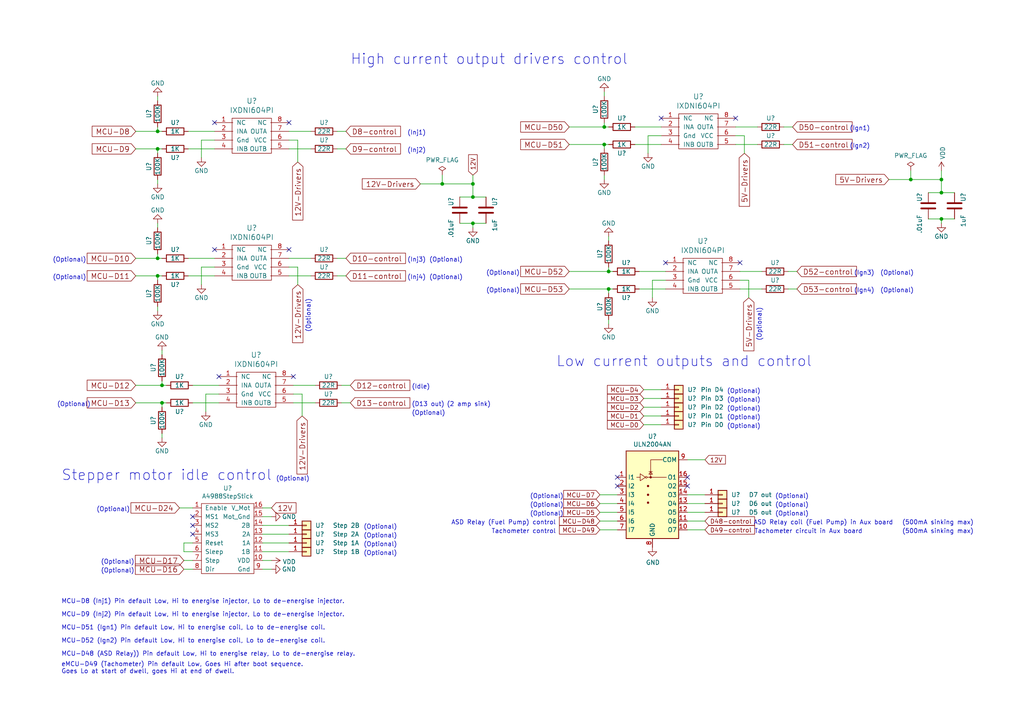
<source format=kicad_sch>
(kicad_sch (version 20211123) (generator eeschema)

  (uuid a482a56b-77ab-407d-8e66-766c284623d1)

  (paper "A4")

  (title_block
    (title "DP1600i")
    (date "2022-11-11")
    (company "Robert Hiebert")
  )

  (lib_symbols
    (symbol "Connector_Generic:Conn_01x01" (pin_names (offset 1.016) hide) (in_bom yes) (on_board yes)
      (property "Reference" "J" (id 0) (at 0 2.54 0)
        (effects (font (size 1.27 1.27)))
      )
      (property "Value" "Conn_01x01" (id 1) (at 0 -2.54 0)
        (effects (font (size 1.27 1.27)))
      )
      (property "Footprint" "" (id 2) (at 0 0 0)
        (effects (font (size 1.27 1.27)) hide)
      )
      (property "Datasheet" "~" (id 3) (at 0 0 0)
        (effects (font (size 1.27 1.27)) hide)
      )
      (property "ki_keywords" "connector" (id 4) (at 0 0 0)
        (effects (font (size 1.27 1.27)) hide)
      )
      (property "ki_description" "Generic connector, single row, 01x01, script generated (kicad-library-utils/schlib/autogen/connector/)" (id 5) (at 0 0 0)
        (effects (font (size 1.27 1.27)) hide)
      )
      (property "ki_fp_filters" "Connector*:*_1x??_*" (id 6) (at 0 0 0)
        (effects (font (size 1.27 1.27)) hide)
      )
      (symbol "Conn_01x01_1_1"
        (rectangle (start -1.27 0.127) (end 0 -0.127)
          (stroke (width 0.1524) (type default) (color 0 0 0 0))
          (fill (type none))
        )
        (rectangle (start -1.27 1.27) (end 1.27 -1.27)
          (stroke (width 0.254) (type default) (color 0 0 0 0))
          (fill (type background))
        )
        (pin passive line (at -5.08 0 0) (length 3.81)
          (name "Pin_1" (effects (font (size 1.27 1.27))))
          (number "1" (effects (font (size 1.27 1.27))))
        )
      )
    )
    (symbol "DP1600i-rescue:A4988StepStick-a4988stepstick" (pin_names (offset 1.016)) (in_bom yes) (on_board yes)
      (property "Reference" "U" (id 0) (at 6.35 2.54 0)
        (effects (font (size 1.27 1.27)))
      )
      (property "Value" "A4988StepStick-a4988stepstick" (id 1) (at 7.62 -20.32 0)
        (effects (font (size 1.27 1.27)))
      )
      (property "Footprint" "" (id 2) (at 0 10.16 0)
        (effects (font (size 1.27 1.27)) hide)
      )
      (property "Datasheet" "" (id 3) (at 0 10.16 0)
        (effects (font (size 1.27 1.27)) hide)
      )
      (symbol "A4988StepStick-a4988stepstick_0_1"
        (rectangle (start 0 1.27) (end 15.24 -19.05)
          (stroke (width 0) (type default) (color 0 0 0 0))
          (fill (type none))
        )
      )
      (symbol "A4988StepStick-a4988stepstick_1_1"
        (pin input line (at -2.54 0 0) (length 2.54)
          (name "Enable" (effects (font (size 1.27 1.27))))
          (number "1" (effects (font (size 1.27 1.27))))
        )
        (pin power_in line (at 17.78 -15.24 180) (length 2.54)
          (name "VDD" (effects (font (size 1.27 1.27))))
          (number "10" (effects (font (size 1.27 1.27))))
        )
        (pin output line (at 17.78 -12.7 180) (length 2.54)
          (name "1B" (effects (font (size 1.27 1.27))))
          (number "11" (effects (font (size 1.27 1.27))))
        )
        (pin output line (at 17.78 -10.16 180) (length 2.54)
          (name "1A" (effects (font (size 1.27 1.27))))
          (number "12" (effects (font (size 1.27 1.27))))
        )
        (pin output line (at 17.78 -7.62 180) (length 2.54)
          (name "2A" (effects (font (size 1.27 1.27))))
          (number "13" (effects (font (size 1.27 1.27))))
        )
        (pin output line (at 17.78 -5.08 180) (length 2.54)
          (name "2B" (effects (font (size 1.27 1.27))))
          (number "14" (effects (font (size 1.27 1.27))))
        )
        (pin input line (at 17.78 -2.54 180) (length 2.54)
          (name "Mot_Gnd" (effects (font (size 1.27 1.27))))
          (number "15" (effects (font (size 1.27 1.27))))
        )
        (pin input line (at 17.78 0 180) (length 2.54)
          (name "V_Mot" (effects (font (size 1.27 1.27))))
          (number "16" (effects (font (size 1.27 1.27))))
        )
        (pin input line (at -2.54 -2.54 0) (length 2.54)
          (name "MS1" (effects (font (size 1.27 1.27))))
          (number "2" (effects (font (size 1.27 1.27))))
        )
        (pin input line (at -2.54 -5.08 0) (length 2.54)
          (name "MS2" (effects (font (size 1.27 1.27))))
          (number "3" (effects (font (size 1.27 1.27))))
        )
        (pin input line (at -2.54 -7.62 0) (length 2.54)
          (name "MS3" (effects (font (size 1.27 1.27))))
          (number "4" (effects (font (size 1.27 1.27))))
        )
        (pin passive line (at -2.54 -10.16 0) (length 2.54)
          (name "Reset" (effects (font (size 1.27 1.27))))
          (number "5" (effects (font (size 1.27 1.27))))
        )
        (pin passive line (at -2.54 -12.7 0) (length 2.54)
          (name "Sleep" (effects (font (size 1.27 1.27))))
          (number "6" (effects (font (size 1.27 1.27))))
        )
        (pin input line (at -2.54 -15.24 0) (length 2.54)
          (name "Step" (effects (font (size 1.27 1.27))))
          (number "7" (effects (font (size 1.27 1.27))))
        )
        (pin input line (at -2.54 -17.78 0) (length 2.54)
          (name "Dir" (effects (font (size 1.27 1.27))))
          (number "8" (effects (font (size 1.27 1.27))))
        )
        (pin power_in line (at 17.78 -17.78 180) (length 2.54)
          (name "Gnd" (effects (font (size 1.27 1.27))))
          (number "9" (effects (font (size 1.27 1.27))))
        )
      )
    )
    (symbol "DP1600i-rescue:IXDNI604PI-DP1600i" (pin_names (offset 1.016)) (in_bom yes) (on_board yes)
      (property "Reference" "U" (id 0) (at 0.635 6.223 0)
        (effects (font (size 1.524 1.524)))
      )
      (property "Value" "IXDNI604PI-DP1600i" (id 1) (at 1.143 -6.604 0)
        (effects (font (size 1.524 1.524)))
      )
      (property "Footprint" "" (id 2) (at 0 0 0)
        (effects (font (size 1.524 1.524)) hide)
      )
      (property "Datasheet" "" (id 3) (at 0 0 0)
        (effects (font (size 1.524 1.524)) hide)
      )
      (symbol "IXDNI604PI-DP1600i_0_1"
        (rectangle (start -5.08 5.08) (end 6.35 -5.08)
          (stroke (width 0) (type default) (color 0 0 0 0))
          (fill (type none))
        )
      )
      (symbol "IXDNI604PI-DP1600i_1_1"
        (pin input line (at -10.16 3.81 0) (length 5.334)
          (name "NC~{}" (effects (font (size 1.27 1.27))))
          (number "1" (effects (font (size 1.27 1.27))))
        )
        (pin input line (at -10.16 1.27 0) (length 5.334)
          (name "INA" (effects (font (size 1.27 1.27))))
          (number "2" (effects (font (size 1.27 1.27))))
        )
        (pin input line (at -10.16 -1.27 0) (length 5.334)
          (name "Gnd~{}" (effects (font (size 1.27 1.27))))
          (number "3" (effects (font (size 1.27 1.27))))
        )
        (pin input line (at -10.16 -3.81 0) (length 5.334)
          (name "INB" (effects (font (size 1.27 1.27))))
          (number "4" (effects (font (size 1.27 1.27))))
        )
        (pin input line (at 11.43 -3.81 180) (length 5.334)
          (name "OUTB" (effects (font (size 1.27 1.27))))
          (number "5" (effects (font (size 1.27 1.27))))
        )
        (pin input line (at 11.43 -1.27 180) (length 5.334)
          (name "VCC" (effects (font (size 1.27 1.27))))
          (number "6" (effects (font (size 1.27 1.27))))
        )
        (pin input line (at 11.43 1.27 180) (length 5.334)
          (name "OUTA" (effects (font (size 1.27 1.27))))
          (number "7" (effects (font (size 1.27 1.27))))
        )
        (pin input line (at 11.43 3.81 180) (length 5.334)
          (name "NC" (effects (font (size 1.27 1.27))))
          (number "8" (effects (font (size 1.27 1.27))))
        )
      )
    )
    (symbol "Device:C" (pin_numbers hide) (pin_names (offset 0.254)) (in_bom yes) (on_board yes)
      (property "Reference" "C" (id 0) (at 0.635 2.54 0)
        (effects (font (size 1.27 1.27)) (justify left))
      )
      (property "Value" "C" (id 1) (at 0.635 -2.54 0)
        (effects (font (size 1.27 1.27)) (justify left))
      )
      (property "Footprint" "" (id 2) (at 0.9652 -3.81 0)
        (effects (font (size 1.27 1.27)) hide)
      )
      (property "Datasheet" "~" (id 3) (at 0 0 0)
        (effects (font (size 1.27 1.27)) hide)
      )
      (property "ki_keywords" "cap capacitor" (id 4) (at 0 0 0)
        (effects (font (size 1.27 1.27)) hide)
      )
      (property "ki_description" "Unpolarized capacitor" (id 5) (at 0 0 0)
        (effects (font (size 1.27 1.27)) hide)
      )
      (property "ki_fp_filters" "C_*" (id 6) (at 0 0 0)
        (effects (font (size 1.27 1.27)) hide)
      )
      (symbol "C_0_1"
        (polyline
          (pts
            (xy -2.032 -0.762)
            (xy 2.032 -0.762)
          )
          (stroke (width 0.508) (type default) (color 0 0 0 0))
          (fill (type none))
        )
        (polyline
          (pts
            (xy -2.032 0.762)
            (xy 2.032 0.762)
          )
          (stroke (width 0.508) (type default) (color 0 0 0 0))
          (fill (type none))
        )
      )
      (symbol "C_1_1"
        (pin passive line (at 0 3.81 270) (length 2.794)
          (name "~" (effects (font (size 1.27 1.27))))
          (number "1" (effects (font (size 1.27 1.27))))
        )
        (pin passive line (at 0 -3.81 90) (length 2.794)
          (name "~" (effects (font (size 1.27 1.27))))
          (number "2" (effects (font (size 1.27 1.27))))
        )
      )
    )
    (symbol "Device:R" (pin_numbers hide) (pin_names (offset 0)) (in_bom yes) (on_board yes)
      (property "Reference" "R" (id 0) (at 2.032 0 90)
        (effects (font (size 1.27 1.27)))
      )
      (property "Value" "R" (id 1) (at 0 0 90)
        (effects (font (size 1.27 1.27)))
      )
      (property "Footprint" "" (id 2) (at -1.778 0 90)
        (effects (font (size 1.27 1.27)) hide)
      )
      (property "Datasheet" "~" (id 3) (at 0 0 0)
        (effects (font (size 1.27 1.27)) hide)
      )
      (property "ki_keywords" "R res resistor" (id 4) (at 0 0 0)
        (effects (font (size 1.27 1.27)) hide)
      )
      (property "ki_description" "Resistor" (id 5) (at 0 0 0)
        (effects (font (size 1.27 1.27)) hide)
      )
      (property "ki_fp_filters" "R_*" (id 6) (at 0 0 0)
        (effects (font (size 1.27 1.27)) hide)
      )
      (symbol "R_0_1"
        (rectangle (start -1.016 -2.54) (end 1.016 2.54)
          (stroke (width 0.254) (type default) (color 0 0 0 0))
          (fill (type none))
        )
      )
      (symbol "R_1_1"
        (pin passive line (at 0 3.81 270) (length 1.27)
          (name "~" (effects (font (size 1.27 1.27))))
          (number "1" (effects (font (size 1.27 1.27))))
        )
        (pin passive line (at 0 -3.81 90) (length 1.27)
          (name "~" (effects (font (size 1.27 1.27))))
          (number "2" (effects (font (size 1.27 1.27))))
        )
      )
    )
    (symbol "Transistor_Array:ULN2003" (in_bom yes) (on_board yes)
      (property "Reference" "U" (id 0) (at 0 15.875 0)
        (effects (font (size 1.27 1.27)))
      )
      (property "Value" "ULN2003" (id 1) (at 0 13.97 0)
        (effects (font (size 1.27 1.27)))
      )
      (property "Footprint" "" (id 2) (at 1.27 -13.97 0)
        (effects (font (size 1.27 1.27)) (justify left) hide)
      )
      (property "Datasheet" "http://www.ti.com/lit/ds/symlink/uln2003a.pdf" (id 3) (at 2.54 -5.08 0)
        (effects (font (size 1.27 1.27)) hide)
      )
      (property "ki_keywords" "darlington transistor array" (id 4) (at 0 0 0)
        (effects (font (size 1.27 1.27)) hide)
      )
      (property "ki_description" "High Voltage, High Current Darlington Transistor Arrays, SOIC16/SOIC16W/DIP16/TSSOP16" (id 5) (at 0 0 0)
        (effects (font (size 1.27 1.27)) hide)
      )
      (property "ki_fp_filters" "DIP*W7.62mm* SOIC*3.9x9.9mm*P1.27mm* SSOP*4.4x5.2mm*P0.65mm* TSSOP*4.4x5mm*P0.65mm* SOIC*W*5.3x10.2mm*P1.27mm*" (id 6) (at 0 0 0)
        (effects (font (size 1.27 1.27)) hide)
      )
      (symbol "ULN2003_0_1"
        (rectangle (start -7.62 -12.7) (end 7.62 12.7)
          (stroke (width 0.254) (type default) (color 0 0 0 0))
          (fill (type background))
        )
        (circle (center -1.778 5.08) (radius 0.254)
          (stroke (width 0) (type default) (color 0 0 0 0))
          (fill (type none))
        )
        (circle (center -1.27 -2.286) (radius 0.254)
          (stroke (width 0) (type default) (color 0 0 0 0))
          (fill (type outline))
        )
        (circle (center -1.27 0) (radius 0.254)
          (stroke (width 0) (type default) (color 0 0 0 0))
          (fill (type outline))
        )
        (circle (center -1.27 2.54) (radius 0.254)
          (stroke (width 0) (type default) (color 0 0 0 0))
          (fill (type outline))
        )
        (circle (center -0.508 5.08) (radius 0.254)
          (stroke (width 0) (type default) (color 0 0 0 0))
          (fill (type outline))
        )
        (polyline
          (pts
            (xy -4.572 5.08)
            (xy -3.556 5.08)
          )
          (stroke (width 0) (type default) (color 0 0 0 0))
          (fill (type none))
        )
        (polyline
          (pts
            (xy -1.524 5.08)
            (xy 4.064 5.08)
          )
          (stroke (width 0) (type default) (color 0 0 0 0))
          (fill (type none))
        )
        (polyline
          (pts
            (xy 0 6.731)
            (xy -1.016 6.731)
          )
          (stroke (width 0) (type default) (color 0 0 0 0))
          (fill (type none))
        )
        (polyline
          (pts
            (xy -0.508 5.08)
            (xy -0.508 10.16)
            (xy 2.921 10.16)
          )
          (stroke (width 0) (type default) (color 0 0 0 0))
          (fill (type none))
        )
        (polyline
          (pts
            (xy -3.556 6.096)
            (xy -3.556 4.064)
            (xy -2.032 5.08)
            (xy -3.556 6.096)
          )
          (stroke (width 0) (type default) (color 0 0 0 0))
          (fill (type none))
        )
        (polyline
          (pts
            (xy 0 5.969)
            (xy -1.016 5.969)
            (xy -0.508 6.731)
            (xy 0 5.969)
          )
          (stroke (width 0) (type default) (color 0 0 0 0))
          (fill (type none))
        )
      )
      (symbol "ULN2003_1_1"
        (pin input line (at -10.16 5.08 0) (length 2.54)
          (name "I1" (effects (font (size 1.27 1.27))))
          (number "1" (effects (font (size 1.27 1.27))))
        )
        (pin open_collector line (at 10.16 -10.16 180) (length 2.54)
          (name "O7" (effects (font (size 1.27 1.27))))
          (number "10" (effects (font (size 1.27 1.27))))
        )
        (pin open_collector line (at 10.16 -7.62 180) (length 2.54)
          (name "O6" (effects (font (size 1.27 1.27))))
          (number "11" (effects (font (size 1.27 1.27))))
        )
        (pin open_collector line (at 10.16 -5.08 180) (length 2.54)
          (name "O5" (effects (font (size 1.27 1.27))))
          (number "12" (effects (font (size 1.27 1.27))))
        )
        (pin open_collector line (at 10.16 -2.54 180) (length 2.54)
          (name "O4" (effects (font (size 1.27 1.27))))
          (number "13" (effects (font (size 1.27 1.27))))
        )
        (pin open_collector line (at 10.16 0 180) (length 2.54)
          (name "O3" (effects (font (size 1.27 1.27))))
          (number "14" (effects (font (size 1.27 1.27))))
        )
        (pin open_collector line (at 10.16 2.54 180) (length 2.54)
          (name "O2" (effects (font (size 1.27 1.27))))
          (number "15" (effects (font (size 1.27 1.27))))
        )
        (pin open_collector line (at 10.16 5.08 180) (length 2.54)
          (name "O1" (effects (font (size 1.27 1.27))))
          (number "16" (effects (font (size 1.27 1.27))))
        )
        (pin input line (at -10.16 2.54 0) (length 2.54)
          (name "I2" (effects (font (size 1.27 1.27))))
          (number "2" (effects (font (size 1.27 1.27))))
        )
        (pin input line (at -10.16 0 0) (length 2.54)
          (name "I3" (effects (font (size 1.27 1.27))))
          (number "3" (effects (font (size 1.27 1.27))))
        )
        (pin input line (at -10.16 -2.54 0) (length 2.54)
          (name "I4" (effects (font (size 1.27 1.27))))
          (number "4" (effects (font (size 1.27 1.27))))
        )
        (pin input line (at -10.16 -5.08 0) (length 2.54)
          (name "I5" (effects (font (size 1.27 1.27))))
          (number "5" (effects (font (size 1.27 1.27))))
        )
        (pin input line (at -10.16 -7.62 0) (length 2.54)
          (name "I6" (effects (font (size 1.27 1.27))))
          (number "6" (effects (font (size 1.27 1.27))))
        )
        (pin input line (at -10.16 -10.16 0) (length 2.54)
          (name "I7" (effects (font (size 1.27 1.27))))
          (number "7" (effects (font (size 1.27 1.27))))
        )
        (pin power_in line (at 0 -15.24 90) (length 2.54)
          (name "GND" (effects (font (size 1.27 1.27))))
          (number "8" (effects (font (size 1.27 1.27))))
        )
        (pin passive line (at 10.16 10.16 180) (length 2.54)
          (name "COM" (effects (font (size 1.27 1.27))))
          (number "9" (effects (font (size 1.27 1.27))))
        )
      )
    )
    (symbol "power:GND" (power) (pin_names (offset 0)) (in_bom yes) (on_board yes)
      (property "Reference" "#PWR" (id 0) (at 0 -6.35 0)
        (effects (font (size 1.27 1.27)) hide)
      )
      (property "Value" "GND" (id 1) (at 0 -3.81 0)
        (effects (font (size 1.27 1.27)))
      )
      (property "Footprint" "" (id 2) (at 0 0 0)
        (effects (font (size 1.27 1.27)) hide)
      )
      (property "Datasheet" "" (id 3) (at 0 0 0)
        (effects (font (size 1.27 1.27)) hide)
      )
      (property "ki_keywords" "power-flag" (id 4) (at 0 0 0)
        (effects (font (size 1.27 1.27)) hide)
      )
      (property "ki_description" "Power symbol creates a global label with name \"GND\" , ground" (id 5) (at 0 0 0)
        (effects (font (size 1.27 1.27)) hide)
      )
      (symbol "GND_0_1"
        (polyline
          (pts
            (xy 0 0)
            (xy 0 -1.27)
            (xy 1.27 -1.27)
            (xy 0 -2.54)
            (xy -1.27 -1.27)
            (xy 0 -1.27)
          )
          (stroke (width 0) (type default) (color 0 0 0 0))
          (fill (type none))
        )
      )
      (symbol "GND_1_1"
        (pin power_in line (at 0 0 270) (length 0) hide
          (name "GND" (effects (font (size 1.27 1.27))))
          (number "1" (effects (font (size 1.27 1.27))))
        )
      )
    )
    (symbol "power:PWR_FLAG" (power) (pin_numbers hide) (pin_names (offset 0) hide) (in_bom yes) (on_board yes)
      (property "Reference" "#FLG" (id 0) (at 0 1.905 0)
        (effects (font (size 1.27 1.27)) hide)
      )
      (property "Value" "PWR_FLAG" (id 1) (at 0 3.81 0)
        (effects (font (size 1.27 1.27)))
      )
      (property "Footprint" "" (id 2) (at 0 0 0)
        (effects (font (size 1.27 1.27)) hide)
      )
      (property "Datasheet" "~" (id 3) (at 0 0 0)
        (effects (font (size 1.27 1.27)) hide)
      )
      (property "ki_keywords" "power-flag" (id 4) (at 0 0 0)
        (effects (font (size 1.27 1.27)) hide)
      )
      (property "ki_description" "Special symbol for telling ERC where power comes from" (id 5) (at 0 0 0)
        (effects (font (size 1.27 1.27)) hide)
      )
      (symbol "PWR_FLAG_0_0"
        (pin power_out line (at 0 0 90) (length 0)
          (name "pwr" (effects (font (size 1.27 1.27))))
          (number "1" (effects (font (size 1.27 1.27))))
        )
      )
      (symbol "PWR_FLAG_0_1"
        (polyline
          (pts
            (xy 0 0)
            (xy 0 1.27)
            (xy -1.016 1.905)
            (xy 0 2.54)
            (xy 1.016 1.905)
            (xy 0 1.27)
          )
          (stroke (width 0) (type default) (color 0 0 0 0))
          (fill (type none))
        )
      )
    )
    (symbol "power:VDD" (power) (pin_names (offset 0)) (in_bom yes) (on_board yes)
      (property "Reference" "#PWR" (id 0) (at 0 -3.81 0)
        (effects (font (size 1.27 1.27)) hide)
      )
      (property "Value" "VDD" (id 1) (at 0 3.81 0)
        (effects (font (size 1.27 1.27)))
      )
      (property "Footprint" "" (id 2) (at 0 0 0)
        (effects (font (size 1.27 1.27)) hide)
      )
      (property "Datasheet" "" (id 3) (at 0 0 0)
        (effects (font (size 1.27 1.27)) hide)
      )
      (property "ki_keywords" "power-flag" (id 4) (at 0 0 0)
        (effects (font (size 1.27 1.27)) hide)
      )
      (property "ki_description" "Power symbol creates a global label with name \"VDD\"" (id 5) (at 0 0 0)
        (effects (font (size 1.27 1.27)) hide)
      )
      (symbol "VDD_0_1"
        (polyline
          (pts
            (xy -0.762 1.27)
            (xy 0 2.54)
          )
          (stroke (width 0) (type default) (color 0 0 0 0))
          (fill (type none))
        )
        (polyline
          (pts
            (xy 0 0)
            (xy 0 2.54)
          )
          (stroke (width 0) (type default) (color 0 0 0 0))
          (fill (type none))
        )
        (polyline
          (pts
            (xy 0 2.54)
            (xy 0.762 1.27)
          )
          (stroke (width 0) (type default) (color 0 0 0 0))
          (fill (type none))
        )
      )
      (symbol "VDD_1_1"
        (pin power_in line (at 0 0 90) (length 0) hide
          (name "VDD" (effects (font (size 1.27 1.27))))
          (number "1" (effects (font (size 1.27 1.27))))
        )
      )
    )
  )

  (junction (at 46.99 111.76) (diameter 0) (color 0 0 0 0)
    (uuid 031bdc41-9db7-48a9-9aaa-eb3bdefbfc4d)
  )
  (junction (at 264.16 52.07) (diameter 0) (color 0 0 0 0)
    (uuid 0475501f-c485-429f-96f5-d77a027a57f6)
  )
  (junction (at 273.05 63.5) (diameter 0) (color 0 0 0 0)
    (uuid 24360d8b-6755-498e-81b0-81f3dce9572b)
  )
  (junction (at 176.53 83.82) (diameter 0) (color 0 0 0 0)
    (uuid 287e49e7-4df1-411b-9438-c3a8c73a8d2f)
  )
  (junction (at 137.16 57.15) (diameter 0) (color 0 0 0 0)
    (uuid 3b41c545-4cbe-4151-820f-d34f22a198a0)
  )
  (junction (at 45.72 80.01) (diameter 0) (color 0 0 0 0)
    (uuid 43469ac8-8537-4236-a318-a9e2a918ffb2)
  )
  (junction (at 273.05 55.88) (diameter 0) (color 0 0 0 0)
    (uuid 43cde2ec-fa98-46cb-9ee7-159ca0951e05)
  )
  (junction (at 45.72 38.1) (diameter 0) (color 0 0 0 0)
    (uuid 739d7c6b-c321-45dd-85e0-0dd7152166db)
  )
  (junction (at 45.72 43.18) (diameter 0) (color 0 0 0 0)
    (uuid 82731f68-6651-45de-bdbd-9ca3d341258d)
  )
  (junction (at 128.27 53.34) (diameter 0) (color 0 0 0 0)
    (uuid 96a1be53-56d6-4659-9d00-3b4decaf1b37)
  )
  (junction (at 137.16 53.34) (diameter 0) (color 0 0 0 0)
    (uuid b00b4cb0-3bd2-44fd-a28c-898491bd01d1)
  )
  (junction (at 45.72 74.93) (diameter 0) (color 0 0 0 0)
    (uuid b8c2b329-27f0-4ee2-9c4f-38a3ad04cef1)
  )
  (junction (at 137.16 64.77) (diameter 0) (color 0 0 0 0)
    (uuid c55c3b94-e170-4f79-9011-80e0fe1bcf55)
  )
  (junction (at 175.26 36.83) (diameter 0) (color 0 0 0 0)
    (uuid c98b921c-8fb3-4eaa-903f-edfe034e0293)
  )
  (junction (at 273.05 52.07) (diameter 0) (color 0 0 0 0)
    (uuid c9d8647a-4d09-4237-9030-e20bb2a3fdfd)
  )
  (junction (at 176.53 78.74) (diameter 0) (color 0 0 0 0)
    (uuid d3b9bd5d-bd27-44c5-a03b-cbbbd7703ecb)
  )
  (junction (at 175.26 41.91) (diameter 0) (color 0 0 0 0)
    (uuid dd16b674-91bd-4ca5-b414-66aa337aad84)
  )
  (junction (at 46.99 116.84) (diameter 0) (color 0 0 0 0)
    (uuid f6bc0ea6-0e23-4f9e-be01-014256d89ca0)
  )

  (no_connect (at 199.39 138.43) (uuid 02d38bcc-fcab-419b-aa99-30b6db0f543d))
  (no_connect (at 62.23 72.39) (uuid 05a425eb-5529-4e98-8c30-d86505ffff89))
  (no_connect (at 191.77 34.29) (uuid 0a98a0f3-9cd9-46cc-b47b-e2e2f3e7b679))
  (no_connect (at 83.82 35.56) (uuid 0b3d4b79-3a4a-4cca-9e96-8a2178ac4543))
  (no_connect (at 55.88 149.86) (uuid 22adff81-4ebd-4302-a4e0-2adedb452da5))
  (no_connect (at 193.04 76.2) (uuid 2d99dd67-7436-4b8b-bae4-b21c9c7c0902))
  (no_connect (at 55.88 154.94) (uuid 2e70077e-5b4b-455b-b4c4-2786030c50e1))
  (no_connect (at 83.82 72.39) (uuid 3ab5077c-bf2f-4579-bd11-aee5cb96a7a4))
  (no_connect (at 62.23 35.56) (uuid 407344dd-1d54-4be7-b2dc-d772bfdefdb0))
  (no_connect (at 199.39 140.97) (uuid 6610105c-a9c9-4aed-8705-e7adde5332ab))
  (no_connect (at 179.07 138.43) (uuid 7d1ed6ef-019f-43e5-8248-90453e8579d4))
  (no_connect (at 179.07 140.97) (uuid acf41b0a-ab29-458d-9ff3-287131363cd5))
  (no_connect (at 63.5 109.22) (uuid cc467c8c-90bf-42e9-95c6-faac0f556b59))
  (no_connect (at 85.09 109.22) (uuid d0d565f8-7cc0-4994-bff3-a00ad23677b8))
  (no_connect (at 213.36 34.29) (uuid d2ebda34-bc22-426d-ad48-f4e48d31cb4f))
  (no_connect (at 214.63 76.2) (uuid ee7a1da7-429e-4484-887b-4ef544fc2247))
  (no_connect (at 55.88 152.4) (uuid f86c63d0-a00f-451e-a3ea-8b12bb3168b1))

  (wire (pts (xy 257.81 52.07) (xy 264.16 52.07))
    (stroke (width 0) (type default) (color 0 0 0 0))
    (uuid 02dfd8a8-c136-420c-b597-9b351b15c8cf)
  )
  (wire (pts (xy 46.99 110.49) (xy 46.99 111.76))
    (stroke (width 0) (type default) (color 0 0 0 0))
    (uuid 04f127f7-5462-47a8-b6fb-c0e75b1d675a)
  )
  (wire (pts (xy 101.6 116.84) (xy 99.06 116.84))
    (stroke (width 0) (type default) (color 0 0 0 0))
    (uuid 075628cd-9e49-4fe4-860b-43b2dcc943f6)
  )
  (wire (pts (xy 59.69 114.3) (xy 59.69 119.38))
    (stroke (width 0) (type default) (color 0 0 0 0))
    (uuid 0a6a360a-9179-4f1b-8c11-a365c6db413b)
  )
  (wire (pts (xy 45.72 80.01) (xy 46.99 80.01))
    (stroke (width 0) (type default) (color 0 0 0 0))
    (uuid 0cb61ca2-3ea6-41f5-98b1-58a271a3535b)
  )
  (wire (pts (xy 76.2 154.94) (xy 83.82 154.94))
    (stroke (width 0) (type default) (color 0 0 0 0))
    (uuid 0f64c933-a1be-4f98-afad-3f34cd6e6e0d)
  )
  (wire (pts (xy 48.26 116.84) (xy 46.99 116.84))
    (stroke (width 0) (type default) (color 0 0 0 0))
    (uuid 0f849b4c-14c9-4fc5-be34-ef102cac3340)
  )
  (wire (pts (xy 199.39 148.59) (xy 204.47 148.59))
    (stroke (width 0) (type default) (color 0 0 0 0))
    (uuid 0fc1d8c7-ffad-44a9-832c-e47bb9bb06e4)
  )
  (wire (pts (xy 55.88 157.48) (xy 53.34 157.48))
    (stroke (width 0) (type default) (color 0 0 0 0))
    (uuid 10c2dd68-3372-4aa6-939e-1be42a90d9e3)
  )
  (wire (pts (xy 45.72 73.66) (xy 45.72 74.93))
    (stroke (width 0) (type default) (color 0 0 0 0))
    (uuid 115c25e9-843f-4455-a1d7-d15fa28539ee)
  )
  (wire (pts (xy 220.98 83.82) (xy 214.63 83.82))
    (stroke (width 0) (type default) (color 0 0 0 0))
    (uuid 1241d265-8f57-480d-83fe-dff25ccd959e)
  )
  (wire (pts (xy 137.16 64.77) (xy 140.97 64.77))
    (stroke (width 0) (type default) (color 0 0 0 0))
    (uuid 137f2edf-59ab-4c15-a24f-125c89e08e82)
  )
  (wire (pts (xy 176.53 78.74) (xy 165.1 78.74))
    (stroke (width 0) (type default) (color 0 0 0 0))
    (uuid 1a087c0a-a47f-484e-8d0e-47f636f4ed8a)
  )
  (wire (pts (xy 45.72 64.77) (xy 45.72 66.04))
    (stroke (width 0) (type default) (color 0 0 0 0))
    (uuid 1a3902c6-a2b5-4dba-bdee-ad2c2759168a)
  )
  (wire (pts (xy 186.69 113.03) (xy 191.77 113.03))
    (stroke (width 0) (type default) (color 0 0 0 0))
    (uuid 1aaf659d-8a96-4ff3-85f5-bc13fd58fd1f)
  )
  (wire (pts (xy 204.47 151.13) (xy 199.39 151.13))
    (stroke (width 0) (type default) (color 0 0 0 0))
    (uuid 1b2a4840-5254-4231-93f0-2821e6a1d391)
  )
  (wire (pts (xy 86.36 77.47) (xy 86.36 82.55))
    (stroke (width 0) (type default) (color 0 0 0 0))
    (uuid 1d7b8bad-7800-46aa-8255-5d6ea7cb6c1f)
  )
  (wire (pts (xy 229.87 41.91) (xy 227.33 41.91))
    (stroke (width 0) (type default) (color 0 0 0 0))
    (uuid 1f7a753c-3e6f-4bdc-a6d0-c64b139adcde)
  )
  (wire (pts (xy 54.61 74.93) (xy 62.23 74.93))
    (stroke (width 0) (type default) (color 0 0 0 0))
    (uuid 1ff11675-2398-41b8-a0fd-def6449f58d9)
  )
  (wire (pts (xy 273.05 63.5) (xy 276.86 63.5))
    (stroke (width 0) (type default) (color 0 0 0 0))
    (uuid 2116a179-c01f-4733-b0f4-49bce7cee809)
  )
  (wire (pts (xy 219.71 41.91) (xy 213.36 41.91))
    (stroke (width 0) (type default) (color 0 0 0 0))
    (uuid 215cfbe8-52d8-4377-a9b7-948413c3eed4)
  )
  (wire (pts (xy 175.26 36.83) (xy 165.1 36.83))
    (stroke (width 0) (type default) (color 0 0 0 0))
    (uuid 221d1937-8c56-44ea-8dac-342518d21f5d)
  )
  (wire (pts (xy 175.26 43.18) (xy 175.26 41.91))
    (stroke (width 0) (type default) (color 0 0 0 0))
    (uuid 22cd591d-6165-4cd9-a4d6-9890a7c895f7)
  )
  (wire (pts (xy 46.99 101.6) (xy 46.99 102.87))
    (stroke (width 0) (type default) (color 0 0 0 0))
    (uuid 2300a26f-3946-47d1-906e-5daff2cf4f47)
  )
  (wire (pts (xy 58.42 77.47) (xy 62.23 77.47))
    (stroke (width 0) (type default) (color 0 0 0 0))
    (uuid 2ad21da4-6bf5-45d7-b43e-3f19abf782a7)
  )
  (wire (pts (xy 45.72 74.93) (xy 46.99 74.93))
    (stroke (width 0) (type default) (color 0 0 0 0))
    (uuid 2afd84a8-f8b4-4f71-b35c-0584845eaee5)
  )
  (wire (pts (xy 128.27 53.34) (xy 137.16 53.34))
    (stroke (width 0) (type default) (color 0 0 0 0))
    (uuid 31ae99e8-e15f-4136-8a80-3f77b04ba6eb)
  )
  (wire (pts (xy 199.39 146.05) (xy 204.47 146.05))
    (stroke (width 0) (type default) (color 0 0 0 0))
    (uuid 32393c4e-48da-4544-bf5d-cc82d127b4f3)
  )
  (wire (pts (xy 173.99 143.51) (xy 179.07 143.51))
    (stroke (width 0) (type default) (color 0 0 0 0))
    (uuid 3338543e-13de-4860-aad1-97d7f2915f53)
  )
  (wire (pts (xy 76.2 160.02) (xy 83.82 160.02))
    (stroke (width 0) (type default) (color 0 0 0 0))
    (uuid 362119d1-4963-4115-9ca0-bf96da66a8f3)
  )
  (wire (pts (xy 273.05 64.77) (xy 273.05 63.5))
    (stroke (width 0) (type default) (color 0 0 0 0))
    (uuid 37c5dd5b-148a-49ee-9949-cc60dad98ebb)
  )
  (wire (pts (xy 186.69 115.57) (xy 191.77 115.57))
    (stroke (width 0) (type default) (color 0 0 0 0))
    (uuid 381baf53-e120-4e33-abe6-9043ec225f83)
  )
  (wire (pts (xy 186.69 118.11) (xy 191.77 118.11))
    (stroke (width 0) (type default) (color 0 0 0 0))
    (uuid 3a0c2c8f-7a69-4158-bf3a-cbb5976d95ff)
  )
  (wire (pts (xy 83.82 40.64) (xy 86.36 40.64))
    (stroke (width 0) (type default) (color 0 0 0 0))
    (uuid 3c3a2a9c-6d13-47e7-a94e-a6394f003656)
  )
  (wire (pts (xy 86.36 40.64) (xy 86.36 46.99))
    (stroke (width 0) (type default) (color 0 0 0 0))
    (uuid 3d84ddf4-ac04-42db-bbc5-85952314d15a)
  )
  (wire (pts (xy 176.53 77.47) (xy 176.53 78.74))
    (stroke (width 0) (type default) (color 0 0 0 0))
    (uuid 3da75513-5f68-48f6-b5ae-138db9589d48)
  )
  (wire (pts (xy 100.33 80.01) (xy 97.79 80.01))
    (stroke (width 0) (type default) (color 0 0 0 0))
    (uuid 44e0f980-9650-4e96-acea-8c9e43c2d584)
  )
  (wire (pts (xy 173.99 148.59) (xy 179.07 148.59))
    (stroke (width 0) (type default) (color 0 0 0 0))
    (uuid 45dcda27-db8e-499b-b094-cc3819b046f8)
  )
  (wire (pts (xy 58.42 40.64) (xy 62.23 40.64))
    (stroke (width 0) (type default) (color 0 0 0 0))
    (uuid 47faf6be-bc7a-42c3-a71e-86fe9c89d197)
  )
  (wire (pts (xy 83.82 157.48) (xy 76.2 157.48))
    (stroke (width 0) (type default) (color 0 0 0 0))
    (uuid 48b57524-df3e-4e4f-98e4-7f7b0de8a002)
  )
  (wire (pts (xy 46.99 125.73) (xy 46.99 127))
    (stroke (width 0) (type default) (color 0 0 0 0))
    (uuid 48ec5889-a8cd-42db-a85d-283908c6b9f8)
  )
  (wire (pts (xy 229.87 36.83) (xy 227.33 36.83))
    (stroke (width 0) (type default) (color 0 0 0 0))
    (uuid 4c8dda7b-f0f4-4759-a634-b2ec65b26805)
  )
  (wire (pts (xy 55.88 147.32) (xy 52.07 147.32))
    (stroke (width 0) (type default) (color 0 0 0 0))
    (uuid 4c9649c1-271e-41a0-9008-0f4384d47199)
  )
  (wire (pts (xy 137.16 57.15) (xy 140.97 57.15))
    (stroke (width 0) (type default) (color 0 0 0 0))
    (uuid 50bfcf39-050d-4cbe-be78-3552a362ba2b)
  )
  (wire (pts (xy 48.26 111.76) (xy 46.99 111.76))
    (stroke (width 0) (type default) (color 0 0 0 0))
    (uuid 5119adda-a375-4197-9613-3e504e29f98a)
  )
  (wire (pts (xy 46.99 111.76) (xy 39.37 111.76))
    (stroke (width 0) (type default) (color 0 0 0 0))
    (uuid 5341832f-6e5e-4710-8d53-d2f2a2b44aa3)
  )
  (wire (pts (xy 137.16 53.34) (xy 137.16 57.15))
    (stroke (width 0) (type default) (color 0 0 0 0))
    (uuid 5493aa04-c181-468d-b55f-d02f07da2333)
  )
  (wire (pts (xy 91.44 111.76) (xy 85.09 111.76))
    (stroke (width 0) (type default) (color 0 0 0 0))
    (uuid 584b270d-2645-456b-85e9-a893baa6e596)
  )
  (wire (pts (xy 185.42 83.82) (xy 193.04 83.82))
    (stroke (width 0) (type default) (color 0 0 0 0))
    (uuid 58e1b33a-a6f7-4190-8474-fdd3e9b94d9d)
  )
  (wire (pts (xy 215.9 39.37) (xy 215.9 44.45))
    (stroke (width 0) (type default) (color 0 0 0 0))
    (uuid 59e6a12e-6603-49a5-9bbb-6f4bca6ca329)
  )
  (wire (pts (xy 199.39 143.51) (xy 204.47 143.51))
    (stroke (width 0) (type default) (color 0 0 0 0))
    (uuid 5e310275-7665-4437-84ca-0de94c1db147)
  )
  (wire (pts (xy 78.74 162.56) (xy 76.2 162.56))
    (stroke (width 0) (type default) (color 0 0 0 0))
    (uuid 613f91f2-decc-4ed9-945d-d158008caecc)
  )
  (wire (pts (xy 53.34 157.48) (xy 53.34 160.02))
    (stroke (width 0) (type default) (color 0 0 0 0))
    (uuid 641a41b8-4a75-4fb4-bcd4-3577273fef94)
  )
  (wire (pts (xy 176.53 85.09) (xy 176.53 83.82))
    (stroke (width 0) (type default) (color 0 0 0 0))
    (uuid 66ba8d9b-e16b-46d8-8b5e-5ff732c9c787)
  )
  (wire (pts (xy 214.63 81.28) (xy 217.17 81.28))
    (stroke (width 0) (type default) (color 0 0 0 0))
    (uuid 677bd947-f424-4577-a205-4658df509616)
  )
  (wire (pts (xy 45.72 44.45) (xy 45.72 43.18))
    (stroke (width 0) (type default) (color 0 0 0 0))
    (uuid 68ef97f3-00d8-42a1-b42b-736a6b80e6aa)
  )
  (wire (pts (xy 53.34 160.02) (xy 55.88 160.02))
    (stroke (width 0) (type default) (color 0 0 0 0))
    (uuid 69691e7b-8a7c-467b-ae32-fc1d7c8abc41)
  )
  (wire (pts (xy 186.69 120.65) (xy 191.77 120.65))
    (stroke (width 0) (type default) (color 0 0 0 0))
    (uuid 6d8ba75a-a1dc-4c51-8a04-6aabe16a9651)
  )
  (wire (pts (xy 45.72 27.94) (xy 45.72 29.21))
    (stroke (width 0) (type default) (color 0 0 0 0))
    (uuid 6e7c9479-93ad-4106-8d1c-36e2718bfe91)
  )
  (wire (pts (xy 58.42 77.47) (xy 58.42 82.55))
    (stroke (width 0) (type default) (color 0 0 0 0))
    (uuid 6eb6d137-49b6-4304-884f-449674c89388)
  )
  (wire (pts (xy 45.72 36.83) (xy 45.72 38.1))
    (stroke (width 0) (type default) (color 0 0 0 0))
    (uuid 70f07b6d-cfa8-49c4-b6d1-c94c785975a8)
  )
  (wire (pts (xy 78.74 147.32) (xy 76.2 147.32))
    (stroke (width 0) (type default) (color 0 0 0 0))
    (uuid 710f905e-7b82-4aa6-a32b-d80fc8acbce1)
  )
  (wire (pts (xy 128.27 50.8) (xy 128.27 53.34))
    (stroke (width 0) (type default) (color 0 0 0 0))
    (uuid 7166cd5a-1f44-49b0-bc1f-d3cdc3497592)
  )
  (wire (pts (xy 137.16 66.04) (xy 137.16 64.77))
    (stroke (width 0) (type default) (color 0 0 0 0))
    (uuid 72e926f2-9c01-4f82-ae51-a0c55643181e)
  )
  (wire (pts (xy 54.61 80.01) (xy 62.23 80.01))
    (stroke (width 0) (type default) (color 0 0 0 0))
    (uuid 7411a52c-4f7d-400e-9f65-f4c3e0c8a637)
  )
  (wire (pts (xy 231.14 78.74) (xy 228.6 78.74))
    (stroke (width 0) (type default) (color 0 0 0 0))
    (uuid 74a1917b-7bf0-4ee0-8b20-92005175b624)
  )
  (wire (pts (xy 39.37 74.93) (xy 45.72 74.93))
    (stroke (width 0) (type default) (color 0 0 0 0))
    (uuid 74b4a0a8-571f-447f-ad06-9e55391ce6e7)
  )
  (wire (pts (xy 273.05 55.88) (xy 269.24 55.88))
    (stroke (width 0) (type default) (color 0 0 0 0))
    (uuid 7523262c-bae9-4d49-8bdf-8450067d6a76)
  )
  (wire (pts (xy 85.09 114.3) (xy 87.63 114.3))
    (stroke (width 0) (type default) (color 0 0 0 0))
    (uuid 757c4dc6-ffc9-4345-8f14-c1944a509a6f)
  )
  (wire (pts (xy 45.72 81.28) (xy 45.72 80.01))
    (stroke (width 0) (type default) (color 0 0 0 0))
    (uuid 7a8b9d01-6225-4d77-a699-53cec5d3c0cd)
  )
  (wire (pts (xy 83.82 152.4) (xy 76.2 152.4))
    (stroke (width 0) (type default) (color 0 0 0 0))
    (uuid 7bdb9431-93f0-4708-b64d-980aa8f6ca2b)
  )
  (wire (pts (xy 199.39 153.67) (xy 204.47 153.67))
    (stroke (width 0) (type default) (color 0 0 0 0))
    (uuid 81d934f5-f47e-425a-80e3-8f41cf249dfe)
  )
  (wire (pts (xy 39.37 38.1) (xy 45.72 38.1))
    (stroke (width 0) (type default) (color 0 0 0 0))
    (uuid 87ae6295-4f3e-46ba-86c2-5c78db6df943)
  )
  (wire (pts (xy 87.63 114.3) (xy 87.63 120.65))
    (stroke (width 0) (type default) (color 0 0 0 0))
    (uuid 8901775c-b0fe-412e-a635-05669127a3be)
  )
  (wire (pts (xy 45.72 38.1) (xy 46.99 38.1))
    (stroke (width 0) (type default) (color 0 0 0 0))
    (uuid 8aff442b-353b-4bca-aa91-b960e4c88267)
  )
  (wire (pts (xy 39.37 80.01) (xy 45.72 80.01))
    (stroke (width 0) (type default) (color 0 0 0 0))
    (uuid 8f424dca-6bdc-439d-ad5f-a5416a75c8ab)
  )
  (wire (pts (xy 219.71 36.83) (xy 213.36 36.83))
    (stroke (width 0) (type default) (color 0 0 0 0))
    (uuid 903d9c08-a874-402e-bfc3-098faef6f998)
  )
  (wire (pts (xy 176.53 41.91) (xy 175.26 41.91))
    (stroke (width 0) (type default) (color 0 0 0 0))
    (uuid 918e496f-525a-41cd-8140-e79e8984dd98)
  )
  (wire (pts (xy 78.74 165.1) (xy 76.2 165.1))
    (stroke (width 0) (type default) (color 0 0 0 0))
    (uuid 91e8d9d9-50e2-42c2-9ee2-1af085c9a9d4)
  )
  (wire (pts (xy 175.26 50.8) (xy 175.26 52.07))
    (stroke (width 0) (type default) (color 0 0 0 0))
    (uuid 92e9b03e-9137-42ce-af3b-a6a8f445d352)
  )
  (wire (pts (xy 53.34 162.56) (xy 55.88 162.56))
    (stroke (width 0) (type default) (color 0 0 0 0))
    (uuid 977bcde9-fd87-4855-95f3-ea039f3ab221)
  )
  (wire (pts (xy 39.37 43.18) (xy 45.72 43.18))
    (stroke (width 0) (type default) (color 0 0 0 0))
    (uuid 98578744-7faa-4e70-9322-f2c06baa4f41)
  )
  (wire (pts (xy 177.8 78.74) (xy 176.53 78.74))
    (stroke (width 0) (type default) (color 0 0 0 0))
    (uuid 99aa091c-7ed8-4f00-b7f0-ec66c64e6128)
  )
  (wire (pts (xy 55.88 116.84) (xy 63.5 116.84))
    (stroke (width 0) (type default) (color 0 0 0 0))
    (uuid 9a772aa4-445b-4f3c-890f-e140b12a2388)
  )
  (wire (pts (xy 90.17 38.1) (xy 83.82 38.1))
    (stroke (width 0) (type default) (color 0 0 0 0))
    (uuid 9cd70ca8-f2ba-493c-ad3a-f831c8c95bbc)
  )
  (wire (pts (xy 184.15 36.83) (xy 191.77 36.83))
    (stroke (width 0) (type default) (color 0 0 0 0))
    (uuid 9cebbcfd-1994-4d6f-bc5d-9e10626da73d)
  )
  (wire (pts (xy 45.72 88.9) (xy 45.72 90.17))
    (stroke (width 0) (type default) (color 0 0 0 0))
    (uuid 9daf6fad-abae-43cd-a6ad-0fcfe2827eee)
  )
  (wire (pts (xy 175.26 26.67) (xy 175.26 27.94))
    (stroke (width 0) (type default) (color 0 0 0 0))
    (uuid 9f81ff20-867c-4f58-910d-10faca067ce0)
  )
  (wire (pts (xy 176.53 68.58) (xy 176.53 69.85))
    (stroke (width 0) (type default) (color 0 0 0 0))
    (uuid a04450de-5dc2-441d-b6ca-9d6ed0216c0c)
  )
  (wire (pts (xy 45.72 52.07) (xy 45.72 53.34))
    (stroke (width 0) (type default) (color 0 0 0 0))
    (uuid a218c86e-086d-45e1-8202-6abced171e63)
  )
  (wire (pts (xy 176.53 36.83) (xy 175.26 36.83))
    (stroke (width 0) (type default) (color 0 0 0 0))
    (uuid a29c59c2-898b-4b4b-9b84-513c26431bec)
  )
  (wire (pts (xy 121.92 53.34) (xy 128.27 53.34))
    (stroke (width 0) (type default) (color 0 0 0 0))
    (uuid a5bc2bb8-6ad6-420c-b6dc-92b97bba312d)
  )
  (wire (pts (xy 90.17 80.01) (xy 83.82 80.01))
    (stroke (width 0) (type default) (color 0 0 0 0))
    (uuid a665a121-5e70-4b96-a2c5-00c7d75bf425)
  )
  (wire (pts (xy 176.53 92.71) (xy 176.53 93.98))
    (stroke (width 0) (type default) (color 0 0 0 0))
    (uuid a6cfeac2-236a-4ab5-b4bd-ff5288da6576)
  )
  (wire (pts (xy 46.99 116.84) (xy 39.37 116.84))
    (stroke (width 0) (type default) (color 0 0 0 0))
    (uuid a9297ddf-3e03-4e3f-b5b9-7028a8b3e112)
  )
  (wire (pts (xy 179.07 153.67) (xy 173.99 153.67))
    (stroke (width 0) (type default) (color 0 0 0 0))
    (uuid aa3d1a99-e73a-4144-8805-f2cf08912bcc)
  )
  (wire (pts (xy 54.61 38.1) (xy 62.23 38.1))
    (stroke (width 0) (type default) (color 0 0 0 0))
    (uuid afec47b8-1396-4106-9800-9ae4d35d9c36)
  )
  (wire (pts (xy 264.16 49.53) (xy 264.16 52.07))
    (stroke (width 0) (type default) (color 0 0 0 0))
    (uuid aff6f1f6-dd09-4357-b218-96d2ec44c549)
  )
  (wire (pts (xy 100.33 74.93) (xy 97.79 74.93))
    (stroke (width 0) (type default) (color 0 0 0 0))
    (uuid b1fc7960-c4d3-4f93-bb90-e5bd4e0b4702)
  )
  (wire (pts (xy 101.6 111.76) (xy 99.06 111.76))
    (stroke (width 0) (type default) (color 0 0 0 0))
    (uuid b3a56c64-4416-4b0a-8aa3-4631db399d38)
  )
  (wire (pts (xy 187.96 39.37) (xy 187.96 44.45))
    (stroke (width 0) (type default) (color 0 0 0 0))
    (uuid b3f1d710-50e7-4434-aa6d-507267d194ee)
  )
  (wire (pts (xy 175.26 35.56) (xy 175.26 36.83))
    (stroke (width 0) (type default) (color 0 0 0 0))
    (uuid b4ca0b5e-1724-40b3-aa62-b06e1e6d0826)
  )
  (wire (pts (xy 220.98 78.74) (xy 214.63 78.74))
    (stroke (width 0) (type default) (color 0 0 0 0))
    (uuid b7083728-fa72-4d1d-8752-e4ad40e66f7c)
  )
  (wire (pts (xy 217.17 81.28) (xy 217.17 86.36))
    (stroke (width 0) (type default) (color 0 0 0 0))
    (uuid be1808d6-364e-4f2a-b72c-974d8cb0e2c7)
  )
  (wire (pts (xy 185.42 78.74) (xy 193.04 78.74))
    (stroke (width 0) (type default) (color 0 0 0 0))
    (uuid c806d5f8-7c1e-44db-ae7a-82bd92a50f1f)
  )
  (wire (pts (xy 273.05 55.88) (xy 276.86 55.88))
    (stroke (width 0) (type default) (color 0 0 0 0))
    (uuid c8df216d-9a15-4a90-b663-bfd179f99cfa)
  )
  (wire (pts (xy 133.35 64.77) (xy 137.16 64.77))
    (stroke (width 0) (type default) (color 0 0 0 0))
    (uuid ca5218e2-c4e1-4202-a030-35e3b8bf3d8a)
  )
  (wire (pts (xy 179.07 151.13) (xy 173.99 151.13))
    (stroke (width 0) (type default) (color 0 0 0 0))
    (uuid ca7eeee9-f8fc-49ed-add6-eaf2613c82b7)
  )
  (wire (pts (xy 177.8 83.82) (xy 176.53 83.82))
    (stroke (width 0) (type default) (color 0 0 0 0))
    (uuid cc6213ba-7d9f-442c-a19c-4fd6fb6f8aee)
  )
  (wire (pts (xy 83.82 77.47) (xy 86.36 77.47))
    (stroke (width 0) (type default) (color 0 0 0 0))
    (uuid ccaca11a-a43c-425f-aecd-c2545e5f2dd9)
  )
  (wire (pts (xy 175.26 41.91) (xy 165.1 41.91))
    (stroke (width 0) (type default) (color 0 0 0 0))
    (uuid cdb0adbd-aa8a-4675-8c7b-fa194d08ca82)
  )
  (wire (pts (xy 189.23 81.28) (xy 193.04 81.28))
    (stroke (width 0) (type default) (color 0 0 0 0))
    (uuid cdf4c6c1-82eb-4ed8-b7eb-cde9d90bcee5)
  )
  (wire (pts (xy 189.23 81.28) (xy 189.23 86.36))
    (stroke (width 0) (type default) (color 0 0 0 0))
    (uuid cf5ac7b6-5fc5-4c10-a278-f99f4d28f973)
  )
  (wire (pts (xy 273.05 49.53) (xy 273.05 52.07))
    (stroke (width 0) (type default) (color 0 0 0 0))
    (uuid cfca09d2-5bea-430d-961e-cd06e6e8fad9)
  )
  (wire (pts (xy 176.53 83.82) (xy 165.1 83.82))
    (stroke (width 0) (type default) (color 0 0 0 0))
    (uuid d005f127-9e84-4caf-8789-6ed2404b685c)
  )
  (wire (pts (xy 53.34 165.1) (xy 55.88 165.1))
    (stroke (width 0) (type default) (color 0 0 0 0))
    (uuid d049c831-32ac-4621-b8db-431c3f4b7800)
  )
  (wire (pts (xy 204.47 133.35) (xy 199.39 133.35))
    (stroke (width 0) (type default) (color 0 0 0 0))
    (uuid d096d4da-11f3-49d5-972c-db72e83ecf60)
  )
  (wire (pts (xy 137.16 50.8) (xy 137.16 53.34))
    (stroke (width 0) (type default) (color 0 0 0 0))
    (uuid d3cde13e-adce-42a6-a6d6-d74f0efc7ba7)
  )
  (wire (pts (xy 137.16 57.15) (xy 133.35 57.15))
    (stroke (width 0) (type default) (color 0 0 0 0))
    (uuid d4d8f36e-a74a-42a6-9148-14e9d8335758)
  )
  (wire (pts (xy 55.88 111.76) (xy 63.5 111.76))
    (stroke (width 0) (type default) (color 0 0 0 0))
    (uuid d6d45192-8c5a-426e-8736-647e899f3f10)
  )
  (wire (pts (xy 46.99 118.11) (xy 46.99 116.84))
    (stroke (width 0) (type default) (color 0 0 0 0))
    (uuid d93cf42f-3659-4265-9b85-5eb38a801c01)
  )
  (wire (pts (xy 90.17 74.93) (xy 83.82 74.93))
    (stroke (width 0) (type default) (color 0 0 0 0))
    (uuid dac16307-9ccc-4a89-8ee0-e92e751f8151)
  )
  (wire (pts (xy 273.05 52.07) (xy 273.05 55.88))
    (stroke (width 0) (type default) (color 0 0 0 0))
    (uuid dc4af7b1-3365-4a78-8098-44e0d9d763da)
  )
  (wire (pts (xy 184.15 41.91) (xy 191.77 41.91))
    (stroke (width 0) (type default) (color 0 0 0 0))
    (uuid ddb4c283-2b86-4559-93c8-881c6d578d5a)
  )
  (wire (pts (xy 173.99 146.05) (xy 179.07 146.05))
    (stroke (width 0) (type default) (color 0 0 0 0))
    (uuid e52f3d8a-3dee-4ac4-91e3-036f144da25c)
  )
  (wire (pts (xy 45.72 43.18) (xy 46.99 43.18))
    (stroke (width 0) (type default) (color 0 0 0 0))
    (uuid e6f09be3-ee46-4887-9ac8-c19aaf523414)
  )
  (wire (pts (xy 100.33 38.1) (xy 97.79 38.1))
    (stroke (width 0) (type default) (color 0 0 0 0))
    (uuid ea5dfba8-296e-42a2-88c5-f5bdc092d960)
  )
  (wire (pts (xy 76.2 149.86) (xy 78.74 149.86))
    (stroke (width 0) (type default) (color 0 0 0 0))
    (uuid ea883fbc-c20e-4800-a561-21a09256057d)
  )
  (wire (pts (xy 91.44 116.84) (xy 85.09 116.84))
    (stroke (width 0) (type default) (color 0 0 0 0))
    (uuid ed0475ef-c423-43c6-aa63-c81e72baa45a)
  )
  (wire (pts (xy 58.42 40.64) (xy 58.42 45.72))
    (stroke (width 0) (type default) (color 0 0 0 0))
    (uuid eee759a9-049b-441f-8a26-3acf7d5b7f6e)
  )
  (wire (pts (xy 264.16 52.07) (xy 273.05 52.07))
    (stroke (width 0) (type default) (color 0 0 0 0))
    (uuid f2340c1b-baf2-48d0-bf9d-12c14830b1ee)
  )
  (wire (pts (xy 100.33 43.18) (xy 97.79 43.18))
    (stroke (width 0) (type default) (color 0 0 0 0))
    (uuid f249da1a-e7ee-4aa2-bf52-674f24f49d08)
  )
  (wire (pts (xy 90.17 43.18) (xy 83.82 43.18))
    (stroke (width 0) (type default) (color 0 0 0 0))
    (uuid f31b0806-9bc0-4978-b5cc-9803887b18a2)
  )
  (wire (pts (xy 213.36 39.37) (xy 215.9 39.37))
    (stroke (width 0) (type default) (color 0 0 0 0))
    (uuid f5eb405b-3327-4355-b41b-bd84c7de8ec1)
  )
  (wire (pts (xy 191.77 123.19) (xy 186.69 123.19))
    (stroke (width 0) (type default) (color 0 0 0 0))
    (uuid f6576dc3-4617-4141-a180-ff088a473147)
  )
  (wire (pts (xy 269.24 63.5) (xy 273.05 63.5))
    (stroke (width 0) (type default) (color 0 0 0 0))
    (uuid f658e348-dd5b-4ec2-900e-df5abeb9f5ac)
  )
  (wire (pts (xy 54.61 43.18) (xy 62.23 43.18))
    (stroke (width 0) (type default) (color 0 0 0 0))
    (uuid f72c871e-9765-4eab-8d7f-7ca7337dc5d6)
  )
  (wire (pts (xy 59.69 114.3) (xy 63.5 114.3))
    (stroke (width 0) (type default) (color 0 0 0 0))
    (uuid f8ec4f8b-35ce-4cd1-b525-79e530aa85dd)
  )
  (wire (pts (xy 231.14 83.82) (xy 228.6 83.82))
    (stroke (width 0) (type default) (color 0 0 0 0))
    (uuid f917e1d4-425b-4560-a93e-b140c61c06d6)
  )
  (wire (pts (xy 187.96 39.37) (xy 191.77 39.37))
    (stroke (width 0) (type default) (color 0 0 0 0))
    (uuid f9531ec3-0cc8-4795-9cee-39a9d24ba9ab)
  )

  (text "(Optional)" (at 140.97 85.09 0)
    (effects (font (size 1.27 1.27)) (justify left bottom))
    (uuid 0987037e-4908-4276-9385-60cf663e1cdd)
  )
  (text "(Optional)" (at 255.27 80.01 0)
    (effects (font (size 1.27 1.27)) (justify left bottom))
    (uuid 0e6f6e16-6c97-4100-883e-cf4a1a669e6a)
  )
  (text "(Optional)" (at 124.46 81.28 0)
    (effects (font (size 1.27 1.27)) (justify left bottom))
    (uuid 1030ac12-fb98-4e6a-b88f-2042867496f6)
  )
  (text "(Ign4)" (at 247.65 85.09 0)
    (effects (font (size 1.27 1.27)) (justify left bottom))
    (uuid 16aebf44-ccb3-4602-b35e-30543fdc5fa1)
  )
  (text "(2 amp sink)" (at 129.54 118.11 0)
    (effects (font (size 1.27 1.27)) (justify left bottom))
    (uuid 27245341-52ee-4614-8105-7f11a62f5cd6)
  )
  (text "(Optional)" (at 90.17 96.52 90)
    (effects (font (size 1.27 1.27)) (justify left bottom))
    (uuid 29bd9d6e-a0b5-4206-b9b3-214d8890fbd8)
  )
  (text "(D13 out)" (at 119.38 118.11 0)
    (effects (font (size 1.27 1.27)) (justify left bottom))
    (uuid 2d0063b2-73b9-4ed7-a02e-bd69400d6ab7)
  )
  (text "ASD Relay coil (Fuel Pump) in Aux board" (at 259.08 152.4 180)
    (effects (font (size 1.27 1.27)) (justify right bottom))
    (uuid 2e3f004f-06b8-4316-9bd8-f8b1dba0396f)
  )
  (text "(Inj1)" (at 118.11 39.37 0)
    (effects (font (size 1.27 1.27)) (justify left bottom))
    (uuid 2e5d302c-438d-4290-8f9c-1ee5c7f28292)
  )
  (text "MCU-D8 (Inj1) Pin default Low, Hi to energise injector, Lo to de-energise injector."
    (at 17.78 175.26 0)
    (effects (font (size 1.27 1.27)) (justify left bottom))
    (uuid 3267c46c-540a-4f12-912a-31a2fb7b9446)
  )
  (text "(Optional)" (at 153.67 149.86 0)
    (effects (font (size 1.27 1.27)) (justify left bottom))
    (uuid 34a8a7a3-383a-41ed-adc8-e27f0b97c789)
  )
  (text "Low current outputs and control" (at 161.29 106.68 0)
    (effects (font (size 2.9972 2.9972)) (justify left bottom))
    (uuid 34ba94e2-8fc7-449f-bb6b-e7bbb0609098)
  )
  (text "(Inj2)" (at 118.11 44.45 0)
    (effects (font (size 1.27 1.27)) (justify left bottom))
    (uuid 378aa96c-7ef3-4ea6-aa92-740cb6e55906)
  )
  (text "(Optional)" (at 140.97 80.01 0)
    (effects (font (size 1.27 1.27)) (justify left bottom))
    (uuid 38f75dfe-b1b8-4ce9-ad4a-b11efe44d842)
  )
  (text "(Optional)" (at 210.82 124.46 0)
    (effects (font (size 1.27 1.27)) (justify left bottom))
    (uuid 4564c1de-0700-4749-90fa-b3aee3b52da7)
  )
  (text "(Optional)" (at 105.41 153.67 0)
    (effects (font (size 1.27 1.27)) (justify left bottom))
    (uuid 46e9fc09-5b1c-440c-8c1f-824de5cb9408)
  )
  (text "High current output drivers control" (at 101.6 19.05 0)
    (effects (font (size 2.9972 2.9972)) (justify left bottom))
    (uuid 48decded-4af6-4748-a5f2-4ee4965bd99b)
  )
  (text "(Optional)" (at 124.46 76.2 0)
    (effects (font (size 1.27 1.27)) (justify left bottom))
    (uuid 4a676269-ae7a-4e81-a7f8-f37a10f95663)
  )
  (text "(Optional)" (at 105.41 158.75 0)
    (effects (font (size 1.27 1.27)) (justify left bottom))
    (uuid 4d8584f3-ca79-4ac3-b1f1-f9a9e9417df3)
  )
  (text "(Optional)" (at 80.01 139.7 0)
    (effects (font (size 1.27 1.27)) (justify left bottom))
    (uuid 53d575b4-4592-405d-941e-8a39badbf27b)
  )
  (text "(Ign3)" (at 247.65 80.01 0)
    (effects (font (size 1.27 1.27)) (justify left bottom))
    (uuid 541c1291-64a1-4988-acd5-57d4269a044d)
  )
  (text "(Optional)" (at 105.41 156.21 0)
    (effects (font (size 1.27 1.27)) (justify left bottom))
    (uuid 56c9ac25-6a69-43a8-bbfc-68045ece8136)
  )
  (text "(Optional)" (at 210.82 116.84 0)
    (effects (font (size 1.27 1.27)) (justify left bottom))
    (uuid 5988334a-711c-4735-b884-936bbace8ce6)
  )
  (text "(Optional)" (at 210.82 121.92 0)
    (effects (font (size 1.27 1.27)) (justify left bottom))
    (uuid 59ca1f31-19bb-4148-b4ca-8da208365de9)
  )
  (text "MCU-D48 (ASD Relay)) Pin default Low, Hi to energise relay, Lo to de-energise relay."
    (at 17.78 190.5 0)
    (effects (font (size 1.27 1.27)) (justify left bottom))
    (uuid 5f53d450-b087-4f21-bf5a-b091ca210984)
  )
  (text "(Optional)" (at 29.21 163.83 0)
    (effects (font (size 1.27 1.27)) (justify left bottom))
    (uuid 60783d64-913e-4d8d-a83c-9e99cb5a8941)
  )
  (text "Tachometer control" (at 161.29 154.94 180)
    (effects (font (size 1.27 1.27)) (justify right bottom))
    (uuid 634bfdd4-7a9b-413e-847e-075605257517)
  )
  (text "(Optional)" (at 29.21 166.37 0)
    (effects (font (size 1.27 1.27)) (justify left bottom))
    (uuid 63b4ed96-0dc3-4029-9a3b-9f5811831086)
  )
  (text "(Optional)" (at 224.79 144.78 0)
    (effects (font (size 1.27 1.27)) (justify left bottom))
    (uuid 68faed11-158d-4975-88d9-0abb8fdaa2dd)
  )
  (text "MCU-D9 (Inj2) Pin default Low, Hi to energise injector, Lo to de-energise injector."
    (at 17.78 179.07 0)
    (effects (font (size 1.27 1.27)) (justify left bottom))
    (uuid 721c15f8-117f-4eff-bee6-9f36b0a2b360)
  )
  (text "MCU-D52 (Ign2) Pin default Low, Hi to energise coil, Lo to de-energise coil."
    (at 17.78 186.69 0)
    (effects (font (size 1.27 1.27)) (justify left bottom))
    (uuid 778b657c-f927-4d31-a09f-523bcce5de05)
  )
  (text "(Optional)" (at 153.67 144.78 0)
    (effects (font (size 1.27 1.27)) (justify left bottom))
    (uuid 7b2510f2-c237-4115-bfaa-04b87aa9e6b5)
  )
  (text "(Idle)" (at 119.38 113.03 0)
    (effects (font (size 1.27 1.27)) (justify left bottom))
    (uuid 7c8e99a9-fa78-49f7-97ac-1404622fecf1)
  )
  (text "(500mA sinking max)" (at 261.62 154.94 0)
    (effects (font (size 1.27 1.27)) (justify left bottom))
    (uuid 8e11eedd-fa38-4452-8bfd-28ff78c3d2c1)
  )
  (text "(Optional)" (at 16.51 118.11 0)
    (effects (font (size 1.27 1.27)) (justify left bottom))
    (uuid 8e4c64f0-0c39-42db-ac70-71a2efb3c572)
  )
  (text "(Optional)" (at 27.94 148.59 0)
    (effects (font (size 1.27 1.27)) (justify left bottom))
    (uuid 8e9808f4-ce50-4769-8d6d-42c3252bbc5a)
  )
  (text "(Optional)" (at 105.41 161.29 0)
    (effects (font (size 1.27 1.27)) (justify left bottom))
    (uuid 9104ea77-a392-4e01-b71d-e407a589d47c)
  )
  (text "(Inj4)" (at 118.11 81.28 0)
    (effects (font (size 1.27 1.27)) (justify left bottom))
    (uuid 955d384d-6dec-4918-be0f-3b63cf931c99)
  )
  (text "(Optional)" (at 220.98 99.06 90)
    (effects (font (size 1.27 1.27)) (justify left bottom))
    (uuid 9e4a56b6-0bad-4cf6-8a71-639cedfb74d1)
  )
  (text "(Optional)" (at 224.79 149.86 0)
    (effects (font (size 1.27 1.27)) (justify left bottom))
    (uuid a0d59d62-368f-4cf9-ab48-3fe8a3257a98)
  )
  (text "Stepper motor idle control" (at 17.78 139.7 0)
    (effects (font (size 2.9972 2.9972)) (justify left bottom))
    (uuid a44c47b9-1626-4ba6-b9c6-afecf956f6c5)
  )
  (text "(Optional)" (at 119.38 120.65 0)
    (effects (font (size 1.27 1.27)) (justify left bottom))
    (uuid aa008af4-591d-4807-910b-2eefd5af4dd9)
  )
  (text "ASD Relay (Fuel Pump) control" (at 161.29 152.4 180)
    (effects (font (size 1.27 1.27)) (justify right bottom))
    (uuid af3194d7-74a9-48fb-b439-6d4ba946ee6d)
  )
  (text "(Optional)" (at 210.82 114.3 0)
    (effects (font (size 1.27 1.27)) (justify left bottom))
    (uuid bb58dabd-896a-4bdd-a4bf-83030cd22a32)
  )
  (text "(Optional)" (at 210.82 119.38 0)
    (effects (font (size 1.27 1.27)) (justify left bottom))
    (uuid be759e0a-e3dd-4800-9131-10ec9fc552b8)
  )
  (text "(Optional)" (at 255.27 85.09 0)
    (effects (font (size 1.27 1.27)) (justify left bottom))
    (uuid c983cff6-c760-48b9-9e72-2f73a0bb5e84)
  )
  (text "(Ign2)" (at 246.38 43.18 0)
    (effects (font (size 1.27 1.27)) (justify left bottom))
    (uuid cb0cb83f-bfaf-458d-9018-e8ae3105f754)
  )
  (text "Tachometer circuit in Aux board" (at 250.19 154.94 180)
    (effects (font (size 1.27 1.27)) (justify right bottom))
    (uuid d6dfa43a-2606-406d-8604-d12d6dea4926)
  )
  (text "MCU-D51 (Ign1) Pin default Low, Hi to energise coil, Lo to de-energise coil."
    (at 17.78 182.88 0)
    (effects (font (size 1.27 1.27)) (justify left bottom))
    (uuid d9411f15-f5de-4c02-9018-317a2c93e6b8)
  )
  (text "(Optional)" (at 153.67 147.32 0)
    (effects (font (size 1.27 1.27)) (justify left bottom))
    (uuid dd82620f-9c6b-4b17-a742-43b36a30dc34)
  )
  (text "eMCU-D49 (Tachometer) Pin default Low, Goes Hi after boot sequence.\nGoes Lo at start of dwell, goes Hi at end of dwell."
    (at 17.78 195.58 0)
    (effects (font (size 1.27 1.27)) (justify left bottom))
    (uuid e1a7720b-f411-440e-8c66-204160cf4ce5)
  )
  (text "(Optional)" (at 15.24 76.2 0)
    (effects (font (size 1.27 1.27)) (justify left bottom))
    (uuid eae33898-c626-4c6c-9f8b-76b97c48060c)
  )
  (text "(Optional)" (at 15.24 81.28 0)
    (effects (font (size 1.27 1.27)) (justify left bottom))
    (uuid ee643eb6-ea9f-47a9-b018-eaf9ce4b4985)
  )
  (text "(Optional)" (at 224.79 147.32 0)
    (effects (font (size 1.27 1.27)) (justify left bottom))
    (uuid eed08b1a-7466-4688-95c5-4db3406b866c)
  )
  (text "(Inj3)" (at 118.11 76.2 0)
    (effects (font (size 1.27 1.27)) (justify left bottom))
    (uuid fa88999f-386d-4721-a30f-3a0de1fa95cc)
  )
  (text "(500mA sinking max)" (at 261.62 152.4 0)
    (effects (font (size 1.27 1.27)) (justify left bottom))
    (uuid fd1228f8-54f0-42d8-b46b-4eafbf77edac)
  )
  (text "(Ign1)" (at 246.38 38.1 0)
    (effects (font (size 1.27 1.27)) (justify left bottom))
    (uuid ff32ab78-1a91-4c41-bdd1-71f8240c1aa5)
  )

  (global_label "5V-Drivers" (shape input) (at 215.9 44.45 270) (fields_autoplaced)
    (effects (font (size 1.524 1.524)) (justify right))
    (uuid 0f5e813b-3425-4cbc-b1d3-0697d3ec0a7c)
    (property "Intersheet References" "${INTERSHEET_REFS}" (id 0) (at 0 0 0)
      (effects (font (size 1.27 1.27)) hide)
    )
  )
  (global_label "MCU-D50" (shape input) (at 165.1 36.83 180) (fields_autoplaced)
    (effects (font (size 1.524 1.524)) (justify right))
    (uuid 11fdfb49-9e09-4bf3-932f-7027216179c1)
    (property "Intersheet References" "${INTERSHEET_REFS}" (id 0) (at 0 0 0)
      (effects (font (size 1.27 1.27)) hide)
    )
  )
  (global_label "MCU-D53" (shape input) (at 165.1 83.82 180) (fields_autoplaced)
    (effects (font (size 1.524 1.524)) (justify right))
    (uuid 14dbc42e-4148-4bf8-ad8d-27d56d2d3cd9)
    (property "Intersheet References" "${INTERSHEET_REFS}" (id 0) (at 0 0 0)
      (effects (font (size 1.27 1.27)) hide)
    )
  )
  (global_label "MCU-D48" (shape input) (at 173.99 151.13 180) (fields_autoplaced)
    (effects (font (size 1.27 1.27)) (justify right))
    (uuid 1822ab33-b0b3-4b50-9760-9791ecef8f18)
    (property "Intersheet References" "${INTERSHEET_REFS}" (id 0) (at 0 0 0)
      (effects (font (size 1.27 1.27)) hide)
    )
  )
  (global_label "D8-control" (shape input) (at 100.33 38.1 0) (fields_autoplaced)
    (effects (font (size 1.524 1.524)) (justify left))
    (uuid 19aeb44c-e5e1-485d-aea3-caa31fc66d76)
    (property "Intersheet References" "${INTERSHEET_REFS}" (id 0) (at 0 0 0)
      (effects (font (size 1.27 1.27)) hide)
    )
  )
  (global_label "MCU-D5" (shape input) (at 173.99 148.59 180) (fields_autoplaced)
    (effects (font (size 1.27 1.27)) (justify right))
    (uuid 1a3ca272-cb6c-4fc1-a68e-92b36ec8c8f6)
    (property "Intersheet References" "${INTERSHEET_REFS}" (id 0) (at 0 0 0)
      (effects (font (size 1.27 1.27)) hide)
    )
  )
  (global_label "MCU-D10" (shape input) (at 39.37 74.93 180) (fields_autoplaced)
    (effects (font (size 1.524 1.524)) (justify right))
    (uuid 24236aa7-3e48-4e1d-a88e-f93ac3d4d920)
    (property "Intersheet References" "${INTERSHEET_REFS}" (id 0) (at 0 0 0)
      (effects (font (size 1.27 1.27)) hide)
    )
  )
  (global_label "MCU-D16" (shape input) (at 53.34 165.1 180) (fields_autoplaced)
    (effects (font (size 1.524 1.524)) (justify right))
    (uuid 26b507d2-64bc-4810-88e5-6436f34d52c8)
    (property "Intersheet References" "${INTERSHEET_REFS}" (id 0) (at 0 0 0)
      (effects (font (size 1.27 1.27)) hide)
    )
  )
  (global_label "12V" (shape input) (at 137.16 50.8 90) (fields_autoplaced)
    (effects (font (size 1.27 1.27)) (justify left))
    (uuid 2cbbf47e-322e-44db-99fa-e474cab9acfb)
    (property "Intersheet References" "${INTERSHEET_REFS}" (id 0) (at 0 0 0)
      (effects (font (size 1.27 1.27)) hide)
    )
  )
  (global_label "MCU-D3" (shape input) (at 186.69 115.57 180) (fields_autoplaced)
    (effects (font (size 1.27 1.27)) (justify right))
    (uuid 2d0317dc-7d51-4cb4-9df5-353d75d29603)
    (property "Intersheet References" "${INTERSHEET_REFS}" (id 0) (at 0 0 0)
      (effects (font (size 1.27 1.27)) hide)
    )
  )
  (global_label "D53-control" (shape input) (at 231.14 83.82 0) (fields_autoplaced)
    (effects (font (size 1.524 1.524)) (justify left))
    (uuid 2dd91e47-d335-4610-9637-5455077fb956)
    (property "Intersheet References" "${INTERSHEET_REFS}" (id 0) (at 0 0 0)
      (effects (font (size 1.27 1.27)) hide)
    )
  )
  (global_label "MCU-D2" (shape input) (at 186.69 118.11 180) (fields_autoplaced)
    (effects (font (size 1.27 1.27)) (justify right))
    (uuid 39831479-f5b5-4a7a-af19-c4a580f9f736)
    (property "Intersheet References" "${INTERSHEET_REFS}" (id 0) (at 0 0 0)
      (effects (font (size 1.27 1.27)) hide)
    )
  )
  (global_label "D13-control" (shape input) (at 101.6 116.84 0) (fields_autoplaced)
    (effects (font (size 1.524 1.524)) (justify left))
    (uuid 4a9bae4b-955b-4f44-ae22-e23cde7dba2a)
    (property "Intersheet References" "${INTERSHEET_REFS}" (id 0) (at 0 0 0)
      (effects (font (size 1.27 1.27)) hide)
    )
  )
  (global_label "D12-control" (shape input) (at 101.6 111.76 0) (fields_autoplaced)
    (effects (font (size 1.524 1.524)) (justify left))
    (uuid 50a0e9b3-b230-4ecf-b64a-9ac3d48f4b58)
    (property "Intersheet References" "${INTERSHEET_REFS}" (id 0) (at 0 0 0)
      (effects (font (size 1.27 1.27)) hide)
    )
  )
  (global_label "12V-Drivers" (shape input) (at 86.36 46.99 270) (fields_autoplaced)
    (effects (font (size 1.524 1.524)) (justify right))
    (uuid 5a29f64c-978c-4fd1-b99e-ab42751fdd75)
    (property "Intersheet References" "${INTERSHEET_REFS}" (id 0) (at 0 0 0)
      (effects (font (size 1.27 1.27)) hide)
    )
  )
  (global_label "D11-control" (shape input) (at 100.33 80.01 0) (fields_autoplaced)
    (effects (font (size 1.524 1.524)) (justify left))
    (uuid 5e6d9495-2362-4e13-b453-169e0b1026af)
    (property "Intersheet References" "${INTERSHEET_REFS}" (id 0) (at 0 0 0)
      (effects (font (size 1.27 1.27)) hide)
    )
  )
  (global_label "D49-control" (shape input) (at 204.47 153.67 0) (fields_autoplaced)
    (effects (font (size 1.27 1.27)) (justify left))
    (uuid 64411746-f231-4b0c-b65d-95884ea8aff2)
    (property "Intersheet References" "${INTERSHEET_REFS}" (id 0) (at 0 0 0)
      (effects (font (size 1.27 1.27)) hide)
    )
  )
  (global_label "12V-Drivers" (shape input) (at 87.63 120.65 270) (fields_autoplaced)
    (effects (font (size 1.524 1.524)) (justify right))
    (uuid 686ffa24-07e0-45c4-ad38-d46a326affdf)
    (property "Intersheet References" "${INTERSHEET_REFS}" (id 0) (at 0 0 0)
      (effects (font (size 1.27 1.27)) hide)
    )
  )
  (global_label "MCU-D9" (shape input) (at 39.37 43.18 180) (fields_autoplaced)
    (effects (font (size 1.524 1.524)) (justify right))
    (uuid 6c0349a0-1627-4e62-978b-8c293580def7)
    (property "Intersheet References" "${INTERSHEET_REFS}" (id 0) (at 0 0 0)
      (effects (font (size 1.27 1.27)) hide)
    )
  )
  (global_label "12V" (shape input) (at 78.74 147.32 0) (fields_autoplaced)
    (effects (font (size 1.524 1.524)) (justify left))
    (uuid 7b398294-8053-4ee4-a792-62ee67f06f75)
    (property "Intersheet References" "${INTERSHEET_REFS}" (id 0) (at 0 0 0)
      (effects (font (size 1.27 1.27)) hide)
    )
  )
  (global_label "MCU-D13" (shape input) (at 39.37 116.84 180) (fields_autoplaced)
    (effects (font (size 1.524 1.524)) (justify right))
    (uuid 81dcc75f-24b2-43ae-879b-fbaa57294472)
    (property "Intersheet References" "${INTERSHEET_REFS}" (id 0) (at 0 0 0)
      (effects (font (size 1.27 1.27)) hide)
    )
  )
  (global_label "D10-control" (shape input) (at 100.33 74.93 0) (fields_autoplaced)
    (effects (font (size 1.524 1.524)) (justify left))
    (uuid 88a33995-65ae-4288-8f85-429074198df9)
    (property "Intersheet References" "${INTERSHEET_REFS}" (id 0) (at 0 0 0)
      (effects (font (size 1.27 1.27)) hide)
    )
  )
  (global_label "5V-Drivers" (shape input) (at 257.81 52.07 180) (fields_autoplaced)
    (effects (font (size 1.524 1.524)) (justify right))
    (uuid 88d3841b-f221-4da2-bf92-6747500446db)
    (property "Intersheet References" "${INTERSHEET_REFS}" (id 0) (at 0 0 0)
      (effects (font (size 1.27 1.27)) hide)
    )
  )
  (global_label "MCU-D6" (shape input) (at 173.99 146.05 180) (fields_autoplaced)
    (effects (font (size 1.27 1.27)) (justify right))
    (uuid 8a7a7dbe-cc32-4d49-ba2b-e797e88c2772)
    (property "Intersheet References" "${INTERSHEET_REFS}" (id 0) (at 0 0 0)
      (effects (font (size 1.27 1.27)) hide)
    )
  )
  (global_label "MCU-D49" (shape input) (at 173.99 153.67 180) (fields_autoplaced)
    (effects (font (size 1.27 1.27)) (justify right))
    (uuid 8cd501bd-1868-4991-99b8-b9c03642f03a)
    (property "Intersheet References" "${INTERSHEET_REFS}" (id 0) (at 0 0 0)
      (effects (font (size 1.27 1.27)) hide)
    )
  )
  (global_label "D48-control" (shape input) (at 204.47 151.13 0) (fields_autoplaced)
    (effects (font (size 1.27 1.27)) (justify left))
    (uuid 8f4c52fb-3a7a-4fb9-bc29-039486404523)
    (property "Intersheet References" "${INTERSHEET_REFS}" (id 0) (at 0 0 0)
      (effects (font (size 1.27 1.27)) hide)
    )
  )
  (global_label "MCU-D4" (shape input) (at 186.69 113.03 180) (fields_autoplaced)
    (effects (font (size 1.27 1.27)) (justify right))
    (uuid 98667c49-026b-45c8-92e5-48602ae23cb3)
    (property "Intersheet References" "${INTERSHEET_REFS}" (id 0) (at 0 0 0)
      (effects (font (size 1.27 1.27)) hide)
    )
  )
  (global_label "MCU-D12" (shape input) (at 39.37 111.76 180) (fields_autoplaced)
    (effects (font (size 1.524 1.524)) (justify right))
    (uuid 9ae1129b-0c00-4ab7-9055-17c677d07dcc)
    (property "Intersheet References" "${INTERSHEET_REFS}" (id 0) (at 0 0 0)
      (effects (font (size 1.27 1.27)) hide)
    )
  )
  (global_label "12V" (shape input) (at 204.47 133.35 0) (fields_autoplaced)
    (effects (font (size 1.27 1.27)) (justify left))
    (uuid a161c84f-d63f-4cf0-a01c-f51d719c2f1d)
    (property "Intersheet References" "${INTERSHEET_REFS}" (id 0) (at 0 0 0)
      (effects (font (size 1.27 1.27)) hide)
    )
  )
  (global_label "MCU-D24" (shape input) (at 52.07 147.32 180) (fields_autoplaced)
    (effects (font (size 1.524 1.524)) (justify right))
    (uuid a43e6aff-d72b-430c-bd6f-298be24b9d16)
    (property "Intersheet References" "${INTERSHEET_REFS}" (id 0) (at 0 0 0)
      (effects (font (size 1.27 1.27)) hide)
    )
  )
  (global_label "12V-Drivers" (shape input) (at 86.36 82.55 270) (fields_autoplaced)
    (effects (font (size 1.524 1.524)) (justify right))
    (uuid a808362e-0a33-4555-a024-b57f68eb8c96)
    (property "Intersheet References" "${INTERSHEET_REFS}" (id 0) (at 0 0 0)
      (effects (font (size 1.27 1.27)) hide)
    )
  )
  (global_label "MCU-D51" (shape input) (at 165.1 41.91 180) (fields_autoplaced)
    (effects (font (size 1.524 1.524)) (justify right))
    (uuid a89306fb-319e-451e-807a-cfd83d2fd457)
    (property "Intersheet References" "${INTERSHEET_REFS}" (id 0) (at 0 0 0)
      (effects (font (size 1.27 1.27)) hide)
    )
  )
  (global_label "MCU-D11" (shape input) (at 39.37 80.01 180) (fields_autoplaced)
    (effects (font (size 1.524 1.524)) (justify right))
    (uuid b1b6c666-66af-4746-a751-3be09baa1a73)
    (property "Intersheet References" "${INTERSHEET_REFS}" (id 0) (at 0 0 0)
      (effects (font (size 1.27 1.27)) hide)
    )
  )
  (global_label "5V-Drivers" (shape input) (at 217.17 86.36 270) (fields_autoplaced)
    (effects (font (size 1.524 1.524)) (justify right))
    (uuid b336b060-d561-42bf-ade2-2dbfcae5fb24)
    (property "Intersheet References" "${INTERSHEET_REFS}" (id 0) (at 0 0 0)
      (effects (font (size 1.27 1.27)) hide)
    )
  )
  (global_label "MCU-D52" (shape input) (at 165.1 78.74 180) (fields_autoplaced)
    (effects (font (size 1.524 1.524)) (justify right))
    (uuid b458be68-da4a-40c0-a558-e6d963831d5d)
    (property "Intersheet References" "${INTERSHEET_REFS}" (id 0) (at 0 0 0)
      (effects (font (size 1.27 1.27)) hide)
    )
  )
  (global_label "12V-Drivers" (shape input) (at 121.92 53.34 180) (fields_autoplaced)
    (effects (font (size 1.524 1.524)) (justify right))
    (uuid b50443c3-f2a7-467c-b758-4d2736e2e6ac)
    (property "Intersheet References" "${INTERSHEET_REFS}" (id 0) (at 0 0 0)
      (effects (font (size 1.27 1.27)) hide)
    )
  )
  (global_label "MCU-D1" (shape input) (at 186.69 120.65 180) (fields_autoplaced)
    (effects (font (size 1.27 1.27)) (justify right))
    (uuid b90599e6-f40d-49f7-9a5b-d0adc640b80a)
    (property "Intersheet References" "${INTERSHEET_REFS}" (id 0) (at 0 0 0)
      (effects (font (size 1.27 1.27)) hide)
    )
  )
  (global_label "MCU-D8" (shape input) (at 39.37 38.1 180) (fields_autoplaced)
    (effects (font (size 1.524 1.524)) (justify right))
    (uuid bb6aec5f-92ed-4c14-b86d-f78d3c5f22f4)
    (property "Intersheet References" "${INTERSHEET_REFS}" (id 0) (at 0 0 0)
      (effects (font (size 1.27 1.27)) hide)
    )
  )
  (global_label "MCU-D0" (shape input) (at 186.69 123.19 180) (fields_autoplaced)
    (effects (font (size 1.27 1.27)) (justify right))
    (uuid d1e8df09-9804-412f-bac0-ac8fd7cd300f)
    (property "Intersheet References" "${INTERSHEET_REFS}" (id 0) (at 0 0 0)
      (effects (font (size 1.27 1.27)) hide)
    )
  )
  (global_label "D52-control" (shape input) (at 231.14 78.74 0) (fields_autoplaced)
    (effects (font (size 1.524 1.524)) (justify left))
    (uuid d5c27a22-72f0-4442-ab7d-ede335ec3d47)
    (property "Intersheet References" "${INTERSHEET_REFS}" (id 0) (at 0 0 0)
      (effects (font (size 1.27 1.27)) hide)
    )
  )
  (global_label "MCU-D7" (shape input) (at 173.99 143.51 180) (fields_autoplaced)
    (effects (font (size 1.27 1.27)) (justify right))
    (uuid da10a24e-8d9f-475e-ad05-016b00a2b9d1)
    (property "Intersheet References" "${INTERSHEET_REFS}" (id 0) (at 0 0 0)
      (effects (font (size 1.27 1.27)) hide)
    )
  )
  (global_label "D51-control" (shape input) (at 229.87 41.91 0) (fields_autoplaced)
    (effects (font (size 1.524 1.524)) (justify left))
    (uuid dda4aa1f-fa5f-4d54-8df4-7967aba80bd0)
    (property "Intersheet References" "${INTERSHEET_REFS}" (id 0) (at 0 0 0)
      (effects (font (size 1.27 1.27)) hide)
    )
  )
  (global_label "D50-control" (shape input) (at 229.87 36.83 0) (fields_autoplaced)
    (effects (font (size 1.524 1.524)) (justify left))
    (uuid f33a19a5-eaf8-490c-a13a-12be8f0f278a)
    (property "Intersheet References" "${INTERSHEET_REFS}" (id 0) (at 0 0 0)
      (effects (font (size 1.27 1.27)) hide)
    )
  )
  (global_label "D9-control" (shape input) (at 100.33 43.18 0) (fields_autoplaced)
    (effects (font (size 1.524 1.524)) (justify left))
    (uuid f435d0d3-8070-41ac-b6da-8b740c168fb6)
    (property "Intersheet References" "${INTERSHEET_REFS}" (id 0) (at 0 0 0)
      (effects (font (size 1.27 1.27)) hide)
    )
  )
  (global_label "MCU-D17" (shape input) (at 53.34 162.56 180) (fields_autoplaced)
    (effects (font (size 1.524 1.524)) (justify right))
    (uuid fbab37cd-1cfd-46e2-a990-700ebec48266)
    (property "Intersheet References" "${INTERSHEET_REFS}" (id 0) (at 0 0 0)
      (effects (font (size 1.27 1.27)) hide)
    )
  )

  (symbol (lib_id "DP1600i-rescue:A4988StepStick-a4988stepstick") (at 58.42 147.32 0) (unit 1)
    (in_bom yes) (on_board yes)
    (uuid 00000000-0000-0000-0000-000063833ffb)
    (property "Reference" "" (id 0) (at 66.04 141.605 0))
    (property "Value" "A4988StepStick" (id 1) (at 66.04 143.9164 0))
    (property "Footprint" "BPEM488CWaux:A4988StepStick" (id 2) (at 58.42 137.16 0)
      (effects (font (size 1.27 1.27)) hide)
    )
    (property "Datasheet" "" (id 3) (at 58.42 137.16 0)
      (effects (font (size 1.27 1.27)) hide)
    )
    (pin "1" (uuid 4cee863c-b2a4-4304-853d-42eec619dae3))
    (pin "10" (uuid 68ccdac7-612a-4102-b3cb-e7fe379abd62))
    (pin "11" (uuid 6c1c7d09-f845-44ca-a94d-e0107ae1cb3b))
    (pin "12" (uuid dfd47121-7db3-439b-bf52-77818e312930))
    (pin "13" (uuid 498c1bd7-6707-4582-b3b0-92dd052eba32))
    (pin "14" (uuid eb74ccf9-f308-4539-a56d-0d4e111907bd))
    (pin "15" (uuid 36140a36-99bd-4857-b542-1e367468b487))
    (pin "16" (uuid b8bb5322-09c7-4773-8147-595eb5c51268))
    (pin "2" (uuid 2a1fa2b9-cbf4-4415-aa0b-61122a6034e3))
    (pin "3" (uuid 303d0178-adfb-4906-96ff-efbedaa63002))
    (pin "4" (uuid d67bfb06-9120-4375-ace6-a0ed254c10f7))
    (pin "5" (uuid 4bcc85b9-001f-4b12-963f-8c31ad2d73b9))
    (pin "6" (uuid 2633b81d-2306-4c3c-9c58-d4c7991501c0))
    (pin "7" (uuid d19b04fd-adfe-4b18-97fb-c85e98a0ac98))
    (pin "8" (uuid c9cb3e96-1351-42e3-ae8d-d2fa65170ccc))
    (pin "9" (uuid 909b9205-02ef-4cea-b5f0-1bb9f0a89771))
  )

  (symbol (lib_id "power:GND") (at 78.74 165.1 90) (unit 1)
    (in_bom yes) (on_board yes)
    (uuid 00000000-0000-0000-0000-000063842d78)
    (property "Reference" "" (id 0) (at 85.09 165.1 0)
      (effects (font (size 1.27 1.27)) hide)
    )
    (property "Value" "GND" (id 1) (at 83.82 165.1 90))
    (property "Footprint" "" (id 2) (at 78.74 165.1 0))
    (property "Datasheet" "" (id 3) (at 78.74 165.1 0))
    (pin "1" (uuid 7d28bf2b-d423-4c17-972c-1812c88d2c84))
  )

  (symbol (lib_id "power:VDD") (at 78.74 162.56 270) (unit 1)
    (in_bom yes) (on_board yes)
    (uuid 00000000-0000-0000-0000-0000638436a5)
    (property "Reference" "#PWR0103" (id 0) (at 74.93 162.56 0)
      (effects (font (size 1.27 1.27)) hide)
    )
    (property "Value" "VDD" (id 1) (at 81.9658 162.941 90)
      (effects (font (size 1.27 1.27)) (justify left))
    )
    (property "Footprint" "" (id 2) (at 78.74 162.56 0)
      (effects (font (size 1.27 1.27)) hide)
    )
    (property "Datasheet" "" (id 3) (at 78.74 162.56 0)
      (effects (font (size 1.27 1.27)) hide)
    )
    (pin "1" (uuid 7cb4228d-156a-4bc7-996f-26d9d85e2b60))
  )

  (symbol (lib_id "power:GND") (at 78.74 149.86 90) (unit 1)
    (in_bom yes) (on_board yes)
    (uuid 00000000-0000-0000-0000-00006384b006)
    (property "Reference" "" (id 0) (at 85.09 149.86 0)
      (effects (font (size 1.27 1.27)) hide)
    )
    (property "Value" "GND" (id 1) (at 83.82 149.86 90))
    (property "Footprint" "" (id 2) (at 78.74 149.86 0))
    (property "Datasheet" "" (id 3) (at 78.74 149.86 0))
    (pin "1" (uuid 82c36295-704d-46c6-8557-272bd62092d6))
  )

  (symbol (lib_id "Connector_Generic:Conn_01x01") (at 88.9 152.4 0) (unit 1)
    (in_bom yes) (on_board yes)
    (uuid 00000000-0000-0000-0000-000063850563)
    (property "Reference" "" (id 0) (at 91.44 152.4 0)
      (effects (font (size 1.27 1.27)) (justify left))
    )
    (property "Value" "Step 2B" (id 1) (at 96.52 152.4 0)
      (effects (font (size 1.27 1.27)) (justify left))
    )
    (property "Footprint" "DP1600i:Jumper-Pad" (id 2) (at 88.9 152.4 0)
      (effects (font (size 1.27 1.27)) hide)
    )
    (property "Datasheet" "~" (id 3) (at 88.9 152.4 0)
      (effects (font (size 1.27 1.27)) hide)
    )
    (pin "1" (uuid bb0ecae9-f157-4459-9e67-dc2c043a7d72))
  )

  (symbol (lib_id "Connector_Generic:Conn_01x01") (at 88.9 154.94 0) (unit 1)
    (in_bom yes) (on_board yes)
    (uuid 00000000-0000-0000-0000-000063851570)
    (property "Reference" "" (id 0) (at 91.44 154.94 0)
      (effects (font (size 1.27 1.27)) (justify left))
    )
    (property "Value" "Step 2A" (id 1) (at 96.52 154.94 0)
      (effects (font (size 1.27 1.27)) (justify left))
    )
    (property "Footprint" "DP1600i:Jumper-Pad" (id 2) (at 88.9 154.94 0)
      (effects (font (size 1.27 1.27)) hide)
    )
    (property "Datasheet" "~" (id 3) (at 88.9 154.94 0)
      (effects (font (size 1.27 1.27)) hide)
    )
    (pin "1" (uuid f41634b1-150d-491a-a5d4-49eaccf6fb65))
  )

  (symbol (lib_id "Connector_Generic:Conn_01x01") (at 88.9 157.48 0) (unit 1)
    (in_bom yes) (on_board yes)
    (uuid 00000000-0000-0000-0000-00006385179c)
    (property "Reference" "" (id 0) (at 91.44 157.48 0)
      (effects (font (size 1.27 1.27)) (justify left))
    )
    (property "Value" "Step 1A" (id 1) (at 96.52 157.48 0)
      (effects (font (size 1.27 1.27)) (justify left))
    )
    (property "Footprint" "DP1600i:Jumper-Pad" (id 2) (at 88.9 157.48 0)
      (effects (font (size 1.27 1.27)) hide)
    )
    (property "Datasheet" "~" (id 3) (at 88.9 157.48 0)
      (effects (font (size 1.27 1.27)) hide)
    )
    (pin "1" (uuid 8c48d206-8371-46f3-95cb-b5bf62bc90ff))
  )

  (symbol (lib_id "Connector_Generic:Conn_01x01") (at 88.9 160.02 0) (unit 1)
    (in_bom yes) (on_board yes)
    (uuid 00000000-0000-0000-0000-0000638519b8)
    (property "Reference" "" (id 0) (at 91.44 160.02 0)
      (effects (font (size 1.27 1.27)) (justify left))
    )
    (property "Value" "Step 1B" (id 1) (at 96.52 160.02 0)
      (effects (font (size 1.27 1.27)) (justify left))
    )
    (property "Footprint" "DP1600i:Jumper-Pad" (id 2) (at 88.9 160.02 0)
      (effects (font (size 1.27 1.27)) hide)
    )
    (property "Datasheet" "~" (id 3) (at 88.9 160.02 0)
      (effects (font (size 1.27 1.27)) hide)
    )
    (pin "1" (uuid 15059cc9-63f1-4f38-a3e8-d3210c56725d))
  )

  (symbol (lib_id "Connector_Generic:Conn_01x01") (at 209.55 148.59 0) (unit 1)
    (in_bom yes) (on_board yes)
    (uuid 00000000-0000-0000-0000-00006385f0f6)
    (property "Reference" "" (id 0) (at 212.09 148.59 0)
      (effects (font (size 1.27 1.27)) (justify left))
    )
    (property "Value" "D5 out" (id 1) (at 217.17 148.59 0)
      (effects (font (size 1.27 1.27)) (justify left))
    )
    (property "Footprint" "DP1600i:Jumper-Pad" (id 2) (at 209.55 148.59 0)
      (effects (font (size 1.27 1.27)) hide)
    )
    (property "Datasheet" "~" (id 3) (at 209.55 148.59 0)
      (effects (font (size 1.27 1.27)) hide)
    )
    (pin "1" (uuid f5e5886b-771a-47f4-9a97-cf9933491926))
  )

  (symbol (lib_id "Connector_Generic:Conn_01x01") (at 196.85 118.11 0) (unit 1)
    (in_bom yes) (on_board yes)
    (uuid 00000000-0000-0000-0000-0000638624f2)
    (property "Reference" "" (id 0) (at 199.39 118.11 0)
      (effects (font (size 1.27 1.27)) (justify left))
    )
    (property "Value" "Pin D2" (id 1) (at 203.2 118.11 0)
      (effects (font (size 1.27 1.27)) (justify left))
    )
    (property "Footprint" "DP1600i:Jumper-Pad" (id 2) (at 196.85 118.11 0)
      (effects (font (size 1.27 1.27)) hide)
    )
    (property "Datasheet" "~" (id 3) (at 196.85 118.11 0)
      (effects (font (size 1.27 1.27)) hide)
    )
    (pin "1" (uuid c1cee1ee-30a0-4317-a42d-ffc89a24ab32))
  )

  (symbol (lib_id "Connector_Generic:Conn_01x01") (at 196.85 115.57 0) (unit 1)
    (in_bom yes) (on_board yes)
    (uuid 00000000-0000-0000-0000-00006386843a)
    (property "Reference" "" (id 0) (at 199.39 115.57 0)
      (effects (font (size 1.27 1.27)) (justify left))
    )
    (property "Value" "Pin D3" (id 1) (at 203.2 115.57 0)
      (effects (font (size 1.27 1.27)) (justify left))
    )
    (property "Footprint" "DP1600i:Jumper-Pad" (id 2) (at 196.85 115.57 0)
      (effects (font (size 1.27 1.27)) hide)
    )
    (property "Datasheet" "~" (id 3) (at 196.85 115.57 0)
      (effects (font (size 1.27 1.27)) hide)
    )
    (pin "1" (uuid 5e5706e8-6543-43e5-988d-41cc05487258))
  )

  (symbol (lib_id "Connector_Generic:Conn_01x01") (at 196.85 113.03 0) (unit 1)
    (in_bom yes) (on_board yes)
    (uuid 00000000-0000-0000-0000-000063868624)
    (property "Reference" "" (id 0) (at 199.39 113.03 0)
      (effects (font (size 1.27 1.27)) (justify left))
    )
    (property "Value" "Pin D4" (id 1) (at 203.2 113.03 0)
      (effects (font (size 1.27 1.27)) (justify left))
    )
    (property "Footprint" "DP1600i:Jumper-Pad" (id 2) (at 196.85 113.03 0)
      (effects (font (size 1.27 1.27)) hide)
    )
    (property "Datasheet" "~" (id 3) (at 196.85 113.03 0)
      (effects (font (size 1.27 1.27)) hide)
    )
    (pin "1" (uuid 1ae3b0f0-d059-45c7-a7b8-8f7b097a3a7c))
  )

  (symbol (lib_id "Connector_Generic:Conn_01x01") (at 209.55 146.05 0) (unit 1)
    (in_bom yes) (on_board yes)
    (uuid 00000000-0000-0000-0000-000063868de4)
    (property "Reference" "" (id 0) (at 212.09 146.05 0)
      (effects (font (size 1.27 1.27)) (justify left))
    )
    (property "Value" "D6 out" (id 1) (at 217.17 146.05 0)
      (effects (font (size 1.27 1.27)) (justify left))
    )
    (property "Footprint" "DP1600i:Jumper-Pad" (id 2) (at 209.55 146.05 0)
      (effects (font (size 1.27 1.27)) hide)
    )
    (property "Datasheet" "~" (id 3) (at 209.55 146.05 0)
      (effects (font (size 1.27 1.27)) hide)
    )
    (pin "1" (uuid 4d435985-8c58-4ec3-8b24-6d56f73eff90))
  )

  (symbol (lib_id "Connector_Generic:Conn_01x01") (at 209.55 143.51 0) (unit 1)
    (in_bom yes) (on_board yes)
    (uuid 00000000-0000-0000-0000-000063868ff1)
    (property "Reference" "" (id 0) (at 212.09 143.51 0)
      (effects (font (size 1.27 1.27)) (justify left))
    )
    (property "Value" "D7 out" (id 1) (at 217.17 143.51 0)
      (effects (font (size 1.27 1.27)) (justify left))
    )
    (property "Footprint" "DP1600i:Jumper-Pad" (id 2) (at 209.55 143.51 0)
      (effects (font (size 1.27 1.27)) hide)
    )
    (property "Datasheet" "~" (id 3) (at 209.55 143.51 0)
      (effects (font (size 1.27 1.27)) hide)
    )
    (pin "1" (uuid 16a4ead2-3cbc-46a1-956f-de4a03a5ae5e))
  )

  (symbol (lib_id "Connector_Generic:Conn_01x01") (at 196.85 120.65 0) (unit 1)
    (in_bom yes) (on_board yes)
    (uuid 00000000-0000-0000-0000-00006388fa8c)
    (property "Reference" "" (id 0) (at 199.39 120.65 0)
      (effects (font (size 1.27 1.27)) (justify left))
    )
    (property "Value" "Pin D1" (id 1) (at 203.2 120.65 0)
      (effects (font (size 1.27 1.27)) (justify left))
    )
    (property "Footprint" "DP1600i:Jumper-Pad" (id 2) (at 196.85 120.65 0)
      (effects (font (size 1.27 1.27)) hide)
    )
    (property "Datasheet" "~" (id 3) (at 196.85 120.65 0)
      (effects (font (size 1.27 1.27)) hide)
    )
    (pin "1" (uuid 5d9ec7fc-8604-48a5-bce3-f9b53005a48c))
  )

  (symbol (lib_id "Device:R") (at 45.72 48.26 0) (mirror x) (unit 1)
    (in_bom yes) (on_board yes)
    (uuid 00000000-0000-0000-0000-000063944e9b)
    (property "Reference" "" (id 0) (at 43.18 46.99 90)
      (effects (font (size 1.27 1.27)) (justify left))
    )
    (property "Value" "100K" (id 1) (at 45.72 45.72 90)
      (effects (font (size 1.27 1.27)) (justify left))
    )
    (property "Footprint" "Resistor_THT:R_Axial_DIN0207_L6.3mm_D2.5mm_P7.62mm_Horizontal" (id 2) (at 43.942 48.26 90)
      (effects (font (size 1.27 1.27)) hide)
    )
    (property "Datasheet" "~" (id 3) (at 45.72 48.26 0)
      (effects (font (size 1.27 1.27)) hide)
    )
    (pin "1" (uuid b791c9f1-ae69-4ba3-850e-49428411d82b))
    (pin "2" (uuid feb8f7a6-04b5-49b4-8e12-a5c98f47f657))
  )

  (symbol (lib_id "Device:R") (at 50.8 43.18 270) (mirror x) (unit 1)
    (in_bom yes) (on_board yes)
    (uuid 00000000-0000-0000-0000-000063945f96)
    (property "Reference" "" (id 0) (at 50.8 45.72 90))
    (property "Value" "1K" (id 1) (at 50.8 43.18 90))
    (property "Footprint" "Resistor_THT:R_Axial_DIN0207_L6.3mm_D2.5mm_P7.62mm_Horizontal" (id 2) (at 50.8 44.958 90)
      (effects (font (size 1.27 1.27)) hide)
    )
    (property "Datasheet" "~" (id 3) (at 50.8 43.18 0)
      (effects (font (size 1.27 1.27)) hide)
    )
    (pin "1" (uuid c20b0c39-c75b-463f-aed4-2a26a0817780))
    (pin "2" (uuid 93b08d1a-e2bc-4040-80e3-91314e5a9083))
  )

  (symbol (lib_id "Device:R") (at 45.72 33.02 0) (unit 1)
    (in_bom yes) (on_board yes)
    (uuid 00000000-0000-0000-0000-00006394b009)
    (property "Reference" "" (id 0) (at 43.18 34.29 90)
      (effects (font (size 1.27 1.27)) (justify left))
    )
    (property "Value" "100K" (id 1) (at 45.72 35.56 90)
      (effects (font (size 1.27 1.27)) (justify left))
    )
    (property "Footprint" "Resistor_THT:R_Axial_DIN0207_L6.3mm_D2.5mm_P7.62mm_Horizontal" (id 2) (at 43.942 33.02 90)
      (effects (font (size 1.27 1.27)) hide)
    )
    (property "Datasheet" "~" (id 3) (at 45.72 33.02 0)
      (effects (font (size 1.27 1.27)) hide)
    )
    (pin "1" (uuid 5f1112af-fdb9-4e5c-b422-08f40899cdc1))
    (pin "2" (uuid 90724c23-d828-4a36-9c74-492761f76bdd))
  )

  (symbol (lib_id "Device:R") (at 50.8 38.1 270) (unit 1)
    (in_bom yes) (on_board yes)
    (uuid 00000000-0000-0000-0000-00006394b00f)
    (property "Reference" "" (id 0) (at 50.8 35.56 90))
    (property "Value" "1K" (id 1) (at 50.8 38.1 90))
    (property "Footprint" "Resistor_THT:R_Axial_DIN0207_L6.3mm_D2.5mm_P7.62mm_Horizontal" (id 2) (at 50.8 36.322 90)
      (effects (font (size 1.27 1.27)) hide)
    )
    (property "Datasheet" "~" (id 3) (at 50.8 38.1 0)
      (effects (font (size 1.27 1.27)) hide)
    )
    (pin "1" (uuid a8c59e31-04a9-4924-9744-6c3114af11cc))
    (pin "2" (uuid 9ab26b96-e1c8-42bd-bdb4-fb220ed5d7c2))
  )

  (symbol (lib_id "Device:R") (at 175.26 31.75 0) (unit 1)
    (in_bom yes) (on_board yes)
    (uuid 00000000-0000-0000-0000-00006394ed4a)
    (property "Reference" "" (id 0) (at 172.72 33.02 90)
      (effects (font (size 1.27 1.27)) (justify left))
    )
    (property "Value" "100K" (id 1) (at 175.26 34.29 90)
      (effects (font (size 1.27 1.27)) (justify left))
    )
    (property "Footprint" "Resistor_THT:R_Axial_DIN0207_L6.3mm_D2.5mm_P7.62mm_Horizontal" (id 2) (at 173.482 31.75 90)
      (effects (font (size 1.27 1.27)) hide)
    )
    (property "Datasheet" "~" (id 3) (at 175.26 31.75 0)
      (effects (font (size 1.27 1.27)) hide)
    )
    (pin "1" (uuid 46da7652-0909-4117-bf93-116f5e0fd2dd))
    (pin "2" (uuid 9495456e-056f-4dc5-96c6-a1328fe01be8))
  )

  (symbol (lib_id "Device:R") (at 180.34 36.83 270) (unit 1)
    (in_bom yes) (on_board yes)
    (uuid 00000000-0000-0000-0000-00006394ed50)
    (property "Reference" "" (id 0) (at 180.34 34.29 90))
    (property "Value" "1K" (id 1) (at 180.34 36.83 90))
    (property "Footprint" "Resistor_THT:R_Axial_DIN0207_L6.3mm_D2.5mm_P7.62mm_Horizontal" (id 2) (at 180.34 35.052 90)
      (effects (font (size 1.27 1.27)) hide)
    )
    (property "Datasheet" "~" (id 3) (at 180.34 36.83 0)
      (effects (font (size 1.27 1.27)) hide)
    )
    (pin "1" (uuid 66917aeb-13af-4a76-a230-93c1b8da40d9))
    (pin "2" (uuid 06b2cf99-1734-4dc8-828e-63891878885a))
  )

  (symbol (lib_id "Device:R") (at 46.99 106.68 0) (unit 1)
    (in_bom yes) (on_board yes)
    (uuid 00000000-0000-0000-0000-000063952919)
    (property "Reference" "" (id 0) (at 44.45 107.95 90)
      (effects (font (size 1.27 1.27)) (justify left))
    )
    (property "Value" "100K" (id 1) (at 46.99 109.22 90)
      (effects (font (size 1.27 1.27)) (justify left))
    )
    (property "Footprint" "Resistor_THT:R_Axial_DIN0207_L6.3mm_D2.5mm_P7.62mm_Horizontal" (id 2) (at 45.212 106.68 90)
      (effects (font (size 1.27 1.27)) hide)
    )
    (property "Datasheet" "~" (id 3) (at 46.99 106.68 0)
      (effects (font (size 1.27 1.27)) hide)
    )
    (pin "1" (uuid fe1383a1-8ec5-4471-8db3-59e1cb04dffa))
    (pin "2" (uuid e2910eeb-e53b-4f15-aee2-5db7cc745ce7))
  )

  (symbol (lib_id "Device:R") (at 52.07 111.76 270) (unit 1)
    (in_bom yes) (on_board yes)
    (uuid 00000000-0000-0000-0000-00006395291f)
    (property "Reference" "" (id 0) (at 52.07 109.22 90))
    (property "Value" "1K" (id 1) (at 52.07 111.76 90))
    (property "Footprint" "Resistor_THT:R_Axial_DIN0207_L6.3mm_D2.5mm_P7.62mm_Horizontal" (id 2) (at 52.07 109.982 90)
      (effects (font (size 1.27 1.27)) hide)
    )
    (property "Datasheet" "~" (id 3) (at 52.07 111.76 0)
      (effects (font (size 1.27 1.27)) hide)
    )
    (pin "1" (uuid 26e91c74-a637-4688-9112-ed5848f24328))
    (pin "2" (uuid c50fd010-ad5c-453a-bb14-ef29b5c2926e))
  )

  (symbol (lib_id "Device:R") (at 45.72 69.85 0) (unit 1)
    (in_bom yes) (on_board yes)
    (uuid 00000000-0000-0000-0000-0000639563da)
    (property "Reference" "" (id 0) (at 43.18 71.12 90)
      (effects (font (size 1.27 1.27)) (justify left))
    )
    (property "Value" "100K" (id 1) (at 45.72 72.39 90)
      (effects (font (size 1.27 1.27)) (justify left))
    )
    (property "Footprint" "Resistor_THT:R_Axial_DIN0207_L6.3mm_D2.5mm_P7.62mm_Horizontal" (id 2) (at 43.942 69.85 90)
      (effects (font (size 1.27 1.27)) hide)
    )
    (property "Datasheet" "~" (id 3) (at 45.72 69.85 0)
      (effects (font (size 1.27 1.27)) hide)
    )
    (pin "1" (uuid dd8f9395-8ebb-4ecc-b702-9d68d9c02980))
    (pin "2" (uuid 46205e66-6cc7-4b62-ad20-86441b7463d5))
  )

  (symbol (lib_id "Device:R") (at 50.8 74.93 270) (unit 1)
    (in_bom yes) (on_board yes)
    (uuid 00000000-0000-0000-0000-0000639563e0)
    (property "Reference" "" (id 0) (at 50.8 72.39 90))
    (property "Value" "1K" (id 1) (at 50.8 74.93 90))
    (property "Footprint" "Resistor_THT:R_Axial_DIN0207_L6.3mm_D2.5mm_P7.62mm_Horizontal" (id 2) (at 50.8 73.152 90)
      (effects (font (size 1.27 1.27)) hide)
    )
    (property "Datasheet" "~" (id 3) (at 50.8 74.93 0)
      (effects (font (size 1.27 1.27)) hide)
    )
    (pin "1" (uuid 114b35e8-7bdf-4587-a1d4-fc08977f9ec7))
    (pin "2" (uuid 3184feb7-c295-4154-8a4f-f55e39f34950))
  )

  (symbol (lib_id "Device:R") (at 45.72 85.09 0) (mirror x) (unit 1)
    (in_bom yes) (on_board yes)
    (uuid 00000000-0000-0000-0000-00006395e8ac)
    (property "Reference" "" (id 0) (at 43.18 83.82 90)
      (effects (font (size 1.27 1.27)) (justify left))
    )
    (property "Value" "100K" (id 1) (at 45.72 82.55 90)
      (effects (font (size 1.27 1.27)) (justify left))
    )
    (property "Footprint" "Resistor_THT:R_Axial_DIN0207_L6.3mm_D2.5mm_P7.62mm_Horizontal" (id 2) (at 43.942 85.09 90)
      (effects (font (size 1.27 1.27)) hide)
    )
    (property "Datasheet" "~" (id 3) (at 45.72 85.09 0)
      (effects (font (size 1.27 1.27)) hide)
    )
    (pin "1" (uuid 7624ea1b-8246-4e18-af39-2547e06d1a92))
    (pin "2" (uuid 1723add5-141e-4221-8a6c-9506818e0e45))
  )

  (symbol (lib_id "Device:R") (at 50.8 80.01 270) (mirror x) (unit 1)
    (in_bom yes) (on_board yes)
    (uuid 00000000-0000-0000-0000-00006395e8b2)
    (property "Reference" "" (id 0) (at 50.8 82.55 90))
    (property "Value" "1K" (id 1) (at 50.8 80.01 90))
    (property "Footprint" "Resistor_THT:R_Axial_DIN0207_L6.3mm_D2.5mm_P7.62mm_Horizontal" (id 2) (at 50.8 81.788 90)
      (effects (font (size 1.27 1.27)) hide)
    )
    (property "Datasheet" "~" (id 3) (at 50.8 80.01 0)
      (effects (font (size 1.27 1.27)) hide)
    )
    (pin "1" (uuid 4383be31-70ef-4f5c-bed9-ae2b275a03c6))
    (pin "2" (uuid 7a11c3f3-4da5-488f-a2ce-d0853902c4f5))
  )

  (symbol (lib_id "Device:R") (at 176.53 73.66 0) (unit 1)
    (in_bom yes) (on_board yes)
    (uuid 00000000-0000-0000-0000-000063962403)
    (property "Reference" "" (id 0) (at 173.99 74.93 90)
      (effects (font (size 1.27 1.27)) (justify left))
    )
    (property "Value" "100K" (id 1) (at 176.53 76.2 90)
      (effects (font (size 1.27 1.27)) (justify left))
    )
    (property "Footprint" "Resistor_THT:R_Axial_DIN0207_L6.3mm_D2.5mm_P7.62mm_Horizontal" (id 2) (at 174.752 73.66 90)
      (effects (font (size 1.27 1.27)) hide)
    )
    (property "Datasheet" "~" (id 3) (at 176.53 73.66 0)
      (effects (font (size 1.27 1.27)) hide)
    )
    (pin "1" (uuid d058835a-999d-4416-9c54-20205baba728))
    (pin "2" (uuid 05b0c11a-7398-4bdd-9b99-d5a51fe1ac48))
  )

  (symbol (lib_id "Device:R") (at 181.61 78.74 270) (unit 1)
    (in_bom yes) (on_board yes)
    (uuid 00000000-0000-0000-0000-000063962409)
    (property "Reference" "" (id 0) (at 181.61 76.2 90))
    (property "Value" "1K" (id 1) (at 181.61 78.74 90))
    (property "Footprint" "Resistor_THT:R_Axial_DIN0207_L6.3mm_D2.5mm_P7.62mm_Horizontal" (id 2) (at 181.61 76.962 90)
      (effects (font (size 1.27 1.27)) hide)
    )
    (property "Datasheet" "~" (id 3) (at 181.61 78.74 0)
      (effects (font (size 1.27 1.27)) hide)
    )
    (pin "1" (uuid d452d701-000c-45ac-affc-ab05211e4c2a))
    (pin "2" (uuid c888799a-785f-46e4-88f8-1a1407844107))
  )

  (symbol (lib_id "Connector_Generic:Conn_01x01") (at 196.85 123.19 0) (unit 1)
    (in_bom yes) (on_board yes)
    (uuid 00000000-0000-0000-0000-0000639658f3)
    (property "Reference" "" (id 0) (at 199.39 123.19 0)
      (effects (font (size 1.27 1.27)) (justify left))
    )
    (property "Value" "Pin D0" (id 1) (at 203.2 123.19 0)
      (effects (font (size 1.27 1.27)) (justify left))
    )
    (property "Footprint" "DP1600i:Jumper-Pad" (id 2) (at 196.85 123.19 0)
      (effects (font (size 1.27 1.27)) hide)
    )
    (property "Datasheet" "~" (id 3) (at 196.85 123.19 0)
      (effects (font (size 1.27 1.27)) hide)
    )
    (pin "1" (uuid 9e6531a5-6879-44fb-8948-17ae0e40e6ea))
  )

  (symbol (lib_id "Device:R") (at 176.53 88.9 0) (mirror x) (unit 1)
    (in_bom yes) (on_board yes)
    (uuid 00000000-0000-0000-0000-000063965e10)
    (property "Reference" "" (id 0) (at 173.99 87.63 90)
      (effects (font (size 1.27 1.27)) (justify left))
    )
    (property "Value" "100K" (id 1) (at 176.53 86.36 90)
      (effects (font (size 1.27 1.27)) (justify left))
    )
    (property "Footprint" "Resistor_THT:R_Axial_DIN0207_L6.3mm_D2.5mm_P7.62mm_Horizontal" (id 2) (at 174.752 88.9 90)
      (effects (font (size 1.27 1.27)) hide)
    )
    (property "Datasheet" "~" (id 3) (at 176.53 88.9 0)
      (effects (font (size 1.27 1.27)) hide)
    )
    (pin "1" (uuid 9ba30516-7367-48d0-b872-2e7f2b4c6b71))
    (pin "2" (uuid 57c87c15-d2d7-4e2a-a65b-3358ced48b2e))
  )

  (symbol (lib_id "Device:R") (at 181.61 83.82 270) (mirror x) (unit 1)
    (in_bom yes) (on_board yes)
    (uuid 00000000-0000-0000-0000-000063965e16)
    (property "Reference" "" (id 0) (at 181.61 86.36 90))
    (property "Value" "1K" (id 1) (at 181.61 83.82 90))
    (property "Footprint" "Resistor_THT:R_Axial_DIN0207_L6.3mm_D2.5mm_P7.62mm_Horizontal" (id 2) (at 181.61 85.598 90)
      (effects (font (size 1.27 1.27)) hide)
    )
    (property "Datasheet" "~" (id 3) (at 181.61 83.82 0)
      (effects (font (size 1.27 1.27)) hide)
    )
    (pin "1" (uuid e99d8294-f0aa-4186-a724-fd3c6a69c18b))
    (pin "2" (uuid 297a831d-c8f1-47f4-82a4-63512fb21315))
  )

  (symbol (lib_id "Device:R") (at 175.26 46.99 0) (mirror x) (unit 1)
    (in_bom yes) (on_board yes)
    (uuid 00000000-0000-0000-0000-0000639699df)
    (property "Reference" "" (id 0) (at 172.72 45.72 90)
      (effects (font (size 1.27 1.27)) (justify left))
    )
    (property "Value" "100K" (id 1) (at 175.26 44.45 90)
      (effects (font (size 1.27 1.27)) (justify left))
    )
    (property "Footprint" "Resistor_THT:R_Axial_DIN0207_L6.3mm_D2.5mm_P7.62mm_Horizontal" (id 2) (at 173.482 46.99 90)
      (effects (font (size 1.27 1.27)) hide)
    )
    (property "Datasheet" "~" (id 3) (at 175.26 46.99 0)
      (effects (font (size 1.27 1.27)) hide)
    )
    (pin "1" (uuid df2a42db-7ed4-40bb-90d7-af357093629a))
    (pin "2" (uuid 6e4e3498-0f0c-4da1-90d0-a1c72dccbf74))
  )

  (symbol (lib_id "Device:R") (at 180.34 41.91 270) (mirror x) (unit 1)
    (in_bom yes) (on_board yes)
    (uuid 00000000-0000-0000-0000-0000639699e5)
    (property "Reference" "" (id 0) (at 180.34 44.45 90))
    (property "Value" "1K" (id 1) (at 180.34 41.91 90))
    (property "Footprint" "Resistor_THT:R_Axial_DIN0207_L6.3mm_D2.5mm_P7.62mm_Horizontal" (id 2) (at 180.34 43.688 90)
      (effects (font (size 1.27 1.27)) hide)
    )
    (property "Datasheet" "~" (id 3) (at 180.34 41.91 0)
      (effects (font (size 1.27 1.27)) hide)
    )
    (pin "1" (uuid 36035f69-9894-4bc1-bf9c-f58317242817))
    (pin "2" (uuid c6114ada-550f-4ced-8420-7e7011ea21f1))
  )

  (symbol (lib_id "power:GND") (at 176.53 68.58 0) (mirror x) (unit 1)
    (in_bom yes) (on_board yes)
    (uuid 00000000-0000-0000-0000-00006397621c)
    (property "Reference" "" (id 0) (at 176.53 62.23 0)
      (effects (font (size 1.27 1.27)) hide)
    )
    (property "Value" "GND" (id 1) (at 176.53 64.77 0))
    (property "Footprint" "" (id 2) (at 176.53 68.58 0))
    (property "Datasheet" "" (id 3) (at 176.53 68.58 0))
    (pin "1" (uuid a552e7cd-9ff9-4ef5-8ee8-7b8c2aecd8b1))
  )

  (symbol (lib_id "power:GND") (at 176.53 93.98 0) (unit 1)
    (in_bom yes) (on_board yes)
    (uuid 00000000-0000-0000-0000-0000639768cb)
    (property "Reference" "" (id 0) (at 176.53 100.33 0)
      (effects (font (size 1.27 1.27)) hide)
    )
    (property "Value" "GND" (id 1) (at 176.53 97.79 0))
    (property "Footprint" "" (id 2) (at 176.53 93.98 0))
    (property "Datasheet" "" (id 3) (at 176.53 93.98 0))
    (pin "1" (uuid c83d1412-f9e6-4bf3-88ad-ac69c7eae56d))
  )

  (symbol (lib_id "power:GND") (at 175.26 52.07 0) (unit 1)
    (in_bom yes) (on_board yes)
    (uuid 00000000-0000-0000-0000-000063976bff)
    (property "Reference" "" (id 0) (at 175.26 58.42 0)
      (effects (font (size 1.27 1.27)) hide)
    )
    (property "Value" "GND" (id 1) (at 175.26 55.88 0))
    (property "Footprint" "" (id 2) (at 175.26 52.07 0))
    (property "Datasheet" "" (id 3) (at 175.26 52.07 0))
    (pin "1" (uuid 7f58b2a3-ac5e-44ba-8d43-89a91bc7ed99))
  )

  (symbol (lib_id "power:GND") (at 45.72 53.34 0) (unit 1)
    (in_bom yes) (on_board yes)
    (uuid 00000000-0000-0000-0000-000063976ed5)
    (property "Reference" "" (id 0) (at 45.72 59.69 0)
      (effects (font (size 1.27 1.27)) hide)
    )
    (property "Value" "GND" (id 1) (at 45.72 57.15 0))
    (property "Footprint" "" (id 2) (at 45.72 53.34 0))
    (property "Datasheet" "" (id 3) (at 45.72 53.34 0))
    (pin "1" (uuid 7140b7ff-7663-480d-b880-f100d0c01277))
  )

  (symbol (lib_id "Device:R") (at 46.99 121.92 0) (mirror x) (unit 1)
    (in_bom yes) (on_board yes)
    (uuid 00000000-0000-0000-0000-000063978b95)
    (property "Reference" "" (id 0) (at 44.45 120.65 90)
      (effects (font (size 1.27 1.27)) (justify left))
    )
    (property "Value" "100K" (id 1) (at 46.99 119.38 90)
      (effects (font (size 1.27 1.27)) (justify left))
    )
    (property "Footprint" "Resistor_THT:R_Axial_DIN0207_L6.3mm_D2.5mm_P7.62mm_Horizontal" (id 2) (at 45.212 121.92 90)
      (effects (font (size 1.27 1.27)) hide)
    )
    (property "Datasheet" "~" (id 3) (at 46.99 121.92 0)
      (effects (font (size 1.27 1.27)) hide)
    )
    (pin "1" (uuid 6e4187b0-bfa0-43ae-9e9e-ad408d202ec3))
    (pin "2" (uuid 1ffcf387-f07f-4ab7-840d-51f26cef7c9a))
  )

  (symbol (lib_id "Device:R") (at 52.07 116.84 270) (mirror x) (unit 1)
    (in_bom yes) (on_board yes)
    (uuid 00000000-0000-0000-0000-000063978b9b)
    (property "Reference" "" (id 0) (at 52.07 119.38 90))
    (property "Value" "1K" (id 1) (at 52.07 116.84 90))
    (property "Footprint" "Resistor_THT:R_Axial_DIN0207_L6.3mm_D2.5mm_P7.62mm_Horizontal" (id 2) (at 52.07 118.618 90)
      (effects (font (size 1.27 1.27)) hide)
    )
    (property "Datasheet" "~" (id 3) (at 52.07 116.84 0)
      (effects (font (size 1.27 1.27)) hide)
    )
    (pin "1" (uuid 2ef52633-bd04-4502-9eec-b4e519ae4855))
    (pin "2" (uuid 9b5fa3da-c59e-41e8-afed-f7f9238b97f9))
  )

  (symbol (lib_id "DP1600i-rescue:IXDNI604PI-DP1600i") (at 72.39 39.37 0) (unit 1)
    (in_bom yes) (on_board yes)
    (uuid 00000000-0000-0000-0000-00006397c2de)
    (property "Reference" "" (id 0) (at 73.025 29.2862 0)
      (effects (font (size 1.524 1.524)))
    )
    (property "Value" "IXDNI604PI" (id 1) (at 73.025 31.9786 0)
      (effects (font (size 1.524 1.524)))
    )
    (property "Footprint" "Package_DIP:DIP-8_W7.62mm" (id 2) (at 72.39 39.37 0)
      (effects (font (size 1.524 1.524)) hide)
    )
    (property "Datasheet" "" (id 3) (at 72.39 39.37 0)
      (effects (font (size 1.524 1.524)) hide)
    )
    (pin "1" (uuid bbc6a572-6a98-4ba0-8848-b0ac45c0d808))
    (pin "2" (uuid 9de31770-e10c-4cd9-b0b0-ab949fadf2be))
    (pin "3" (uuid fa1f1303-c9a3-4436-bd96-28df5eb47fdd))
    (pin "4" (uuid 105e74c9-f848-40c9-8cec-b6c4eb8f8c89))
    (pin "5" (uuid 94753bfa-2a39-4152-bfe3-3025b3be936b))
    (pin "6" (uuid 0a743dee-5c65-4497-9856-931b543a09e0))
    (pin "7" (uuid 1d619eb0-0370-4d2c-9e81-10ed36995d74))
    (pin "8" (uuid d66ce97e-3052-4014-b9e3-36b8012aecf3))
  )

  (symbol (lib_id "power:GND") (at 45.72 27.94 180) (unit 1)
    (in_bom yes) (on_board yes)
    (uuid 00000000-0000-0000-0000-00006397c474)
    (property "Reference" "" (id 0) (at 45.72 21.59 0)
      (effects (font (size 1.27 1.27)) hide)
    )
    (property "Value" "GND" (id 1) (at 45.72 24.13 0))
    (property "Footprint" "" (id 2) (at 45.72 27.94 0))
    (property "Datasheet" "" (id 3) (at 45.72 27.94 0))
    (pin "1" (uuid 76403327-226a-42d6-8e5a-91c0a3577ec5))
  )

  (symbol (lib_id "power:GND") (at 175.26 26.67 180) (unit 1)
    (in_bom yes) (on_board yes)
    (uuid 00000000-0000-0000-0000-00006397cc8c)
    (property "Reference" "" (id 0) (at 175.26 20.32 0)
      (effects (font (size 1.27 1.27)) hide)
    )
    (property "Value" "GND" (id 1) (at 175.26 22.86 0))
    (property "Footprint" "" (id 2) (at 175.26 26.67 0))
    (property "Datasheet" "" (id 3) (at 175.26 26.67 0))
    (pin "1" (uuid 66a842ab-d197-4ad6-b1ea-ab071cc49305))
  )

  (symbol (lib_id "DP1600i-rescue:IXDNI604PI-DP1600i") (at 72.39 76.2 0) (unit 1)
    (in_bom yes) (on_board yes)
    (uuid 00000000-0000-0000-0000-00006397d3e4)
    (property "Reference" "" (id 0) (at 73.025 66.1162 0)
      (effects (font (size 1.524 1.524)))
    )
    (property "Value" "IXDNI604PI" (id 1) (at 73.025 68.8086 0)
      (effects (font (size 1.524 1.524)))
    )
    (property "Footprint" "Package_DIP:DIP-8_W7.62mm" (id 2) (at 72.39 76.2 0)
      (effects (font (size 1.524 1.524)) hide)
    )
    (property "Datasheet" "" (id 3) (at 72.39 76.2 0)
      (effects (font (size 1.524 1.524)) hide)
    )
    (pin "1" (uuid 4e18fd54-a7fc-450e-8ca4-520e87001fac))
    (pin "2" (uuid ca97dfbe-c947-4808-bcfc-897abb917d7c))
    (pin "3" (uuid 0f5a4a4d-11a3-45c3-b2e1-084010aedc78))
    (pin "4" (uuid f71d7cd5-c438-409b-92cc-583656bb57a9))
    (pin "5" (uuid 191c23d4-f8fe-47f9-b6e8-140676a0e2c2))
    (pin "6" (uuid 1fc2c73a-c01a-4acb-aca0-14175bd6e405))
    (pin "7" (uuid b552edf3-ddd9-4781-8e00-9fd5227f634c))
    (pin "8" (uuid f9f38d09-0023-4e31-b81f-f4287dc7e327))
  )

  (symbol (lib_id "DP1600i-rescue:IXDNI604PI-DP1600i") (at 73.66 113.03 0) (unit 1)
    (in_bom yes) (on_board yes)
    (uuid 00000000-0000-0000-0000-00006397da0f)
    (property "Reference" "" (id 0) (at 74.295 102.9462 0)
      (effects (font (size 1.524 1.524)))
    )
    (property "Value" "IXDNI604PI" (id 1) (at 74.295 105.6386 0)
      (effects (font (size 1.524 1.524)))
    )
    (property "Footprint" "Package_DIP:DIP-8_W7.62mm" (id 2) (at 73.66 113.03 0)
      (effects (font (size 1.524 1.524)) hide)
    )
    (property "Datasheet" "" (id 3) (at 73.66 113.03 0)
      (effects (font (size 1.524 1.524)) hide)
    )
    (pin "1" (uuid a99d4600-752f-488e-81d3-91c2c03670e1))
    (pin "2" (uuid 11d7450a-3c36-4faf-9679-23d5a13dd4ba))
    (pin "3" (uuid 7ae77442-88c2-4c17-84a9-192b5b8f3964))
    (pin "4" (uuid d3502071-0574-43cc-9f87-20298ed889fd))
    (pin "5" (uuid 062c9004-2b45-4418-883b-5d9d75650c7a))
    (pin "6" (uuid 59bb8cc9-1970-4c25-b970-b8ff826a42a6))
    (pin "7" (uuid b83ed56d-18ed-44be-83f4-1abe36da427e))
    (pin "8" (uuid 335c7ad4-ad0a-489a-81ba-f831ece1f1ca))
  )

  (symbol (lib_id "DP1600i-rescue:IXDNI604PI-DP1600i") (at 201.93 38.1 0) (unit 1)
    (in_bom yes) (on_board yes)
    (uuid 00000000-0000-0000-0000-00006397e0e9)
    (property "Reference" "" (id 0) (at 202.565 28.0162 0)
      (effects (font (size 1.524 1.524)))
    )
    (property "Value" "IXDNI604PI" (id 1) (at 202.565 30.7086 0)
      (effects (font (size 1.524 1.524)))
    )
    (property "Footprint" "Package_DIP:DIP-8_W7.62mm" (id 2) (at 201.93 38.1 0)
      (effects (font (size 1.524 1.524)) hide)
    )
    (property "Datasheet" "" (id 3) (at 201.93 38.1 0)
      (effects (font (size 1.524 1.524)) hide)
    )
    (pin "1" (uuid 3b5a1a6b-ce87-474c-9303-9f58def76616))
    (pin "2" (uuid 7bdb06ef-ed90-4bfd-91fe-35be033a3b5a))
    (pin "3" (uuid bf7cc660-8455-4785-86d0-975995e21ae9))
    (pin "4" (uuid 2fcd4d9d-7285-4656-bb92-45b7530e6d42))
    (pin "5" (uuid b93d7d45-453d-4433-a4b4-0bb88e6e76c2))
    (pin "6" (uuid 6282d95a-2fb9-4c79-8549-447dc9e589cf))
    (pin "7" (uuid b74bed92-5d3f-439e-a7b2-67de8b3f4a5b))
    (pin "8" (uuid 4100320e-5069-4deb-b58e-457a416f55a8))
  )

  (symbol (lib_id "DP1600i-rescue:IXDNI604PI-DP1600i") (at 203.2 80.01 0) (unit 1)
    (in_bom yes) (on_board yes)
    (uuid 00000000-0000-0000-0000-00006397e9cb)
    (property "Reference" "" (id 0) (at 203.835 69.9262 0)
      (effects (font (size 1.524 1.524)))
    )
    (property "Value" "IXDNI604PI" (id 1) (at 203.835 72.6186 0)
      (effects (font (size 1.524 1.524)))
    )
    (property "Footprint" "Package_DIP:DIP-8_W7.62mm" (id 2) (at 203.2 80.01 0)
      (effects (font (size 1.524 1.524)) hide)
    )
    (property "Datasheet" "" (id 3) (at 203.2 80.01 0)
      (effects (font (size 1.524 1.524)) hide)
    )
    (pin "1" (uuid 13c61dd9-5f42-40b9-a9df-5f635e8f4688))
    (pin "2" (uuid 29ee98e2-2da6-4664-acc2-12d39ca9354e))
    (pin "3" (uuid bc062a2d-853a-4926-b3ec-bd7019e9ccb8))
    (pin "4" (uuid 2a921319-3089-4e2b-81cc-d345b5f3d245))
    (pin "5" (uuid 1c7af6f7-ff1b-4ce3-9104-0603f64dec08))
    (pin "6" (uuid b79e1109-a606-479b-9003-f2966e13c487))
    (pin "7" (uuid 4811757d-c9b4-4177-8907-80648c6dc81d))
    (pin "8" (uuid 7c50416d-e764-45d1-b01e-9acde220dd88))
  )

  (symbol (lib_id "power:GND") (at 45.72 90.17 0) (unit 1)
    (in_bom yes) (on_board yes)
    (uuid 00000000-0000-0000-0000-0000639c2c0c)
    (property "Reference" "" (id 0) (at 45.72 96.52 0)
      (effects (font (size 1.27 1.27)) hide)
    )
    (property "Value" "GND" (id 1) (at 45.72 93.98 0))
    (property "Footprint" "" (id 2) (at 45.72 90.17 0))
    (property "Datasheet" "" (id 3) (at 45.72 90.17 0))
    (pin "1" (uuid 0e249131-9ee5-43c0-8a45-615ab793f1d9))
  )

  (symbol (lib_id "power:GND") (at 45.72 64.77 180) (unit 1)
    (in_bom yes) (on_board yes)
    (uuid 00000000-0000-0000-0000-0000639c3017)
    (property "Reference" "" (id 0) (at 45.72 58.42 0)
      (effects (font (size 1.27 1.27)) hide)
    )
    (property "Value" "GND" (id 1) (at 45.72 60.96 0))
    (property "Footprint" "" (id 2) (at 45.72 64.77 0))
    (property "Datasheet" "" (id 3) (at 45.72 64.77 0))
    (pin "1" (uuid 046854c1-dc29-4aa6-bc05-58c6102db8b0))
  )

  (symbol (lib_id "power:GND") (at 46.99 127 0) (unit 1)
    (in_bom yes) (on_board yes)
    (uuid 00000000-0000-0000-0000-0000639d4efd)
    (property "Reference" "" (id 0) (at 46.99 133.35 0)
      (effects (font (size 1.27 1.27)) hide)
    )
    (property "Value" "GND" (id 1) (at 46.99 130.81 0))
    (property "Footprint" "" (id 2) (at 46.99 127 0))
    (property "Datasheet" "" (id 3) (at 46.99 127 0))
    (pin "1" (uuid eb5c243d-2ba1-453f-976c-359202d0e20d))
  )

  (symbol (lib_id "power:GND") (at 46.99 101.6 180) (unit 1)
    (in_bom yes) (on_board yes)
    (uuid 00000000-0000-0000-0000-0000639d5903)
    (property "Reference" "" (id 0) (at 46.99 95.25 0)
      (effects (font (size 1.27 1.27)) hide)
    )
    (property "Value" "GND" (id 1) (at 46.99 97.79 0))
    (property "Footprint" "" (id 2) (at 46.99 101.6 0))
    (property "Datasheet" "" (id 3) (at 46.99 101.6 0))
    (pin "1" (uuid 737cbde5-148d-44a7-a8a7-6813519c4966))
  )

  (symbol (lib_id "Device:C") (at 133.35 60.96 180) (unit 1)
    (in_bom yes) (on_board yes)
    (uuid 00000000-0000-0000-0000-000063a1b23b)
    (property "Reference" "" (id 0) (at 130.81 57.15 90)
      (effects (font (size 1.27 1.27)) (justify left))
    )
    (property "Value" ".01uF" (id 1) (at 130.81 63.5 90)
      (effects (font (size 1.27 1.27)) (justify left))
    )
    (property "Footprint" "Capacitor_THT:C_Disc_D5.0mm_W2.5mm_P2.50mm" (id 2) (at 132.3848 57.15 0)
      (effects (font (size 1.27 1.27)) hide)
    )
    (property "Datasheet" "" (id 3) (at 133.35 60.96 0))
    (pin "1" (uuid 3fafc8bc-c8c7-4bb0-b5ad-b99c4d457b7a))
    (pin "2" (uuid 65b8405b-1e5b-416f-a2d2-7061c42fc01b))
  )

  (symbol (lib_id "power:GND") (at 137.16 66.04 0) (unit 1)
    (in_bom yes) (on_board yes)
    (uuid 00000000-0000-0000-0000-000063a1b248)
    (property "Reference" "" (id 0) (at 137.16 72.39 0)
      (effects (font (size 1.27 1.27)) hide)
    )
    (property "Value" "GND" (id 1) (at 137.16 69.85 0))
    (property "Footprint" "" (id 2) (at 137.16 66.04 0))
    (property "Datasheet" "" (id 3) (at 137.16 66.04 0))
    (pin "1" (uuid 6fd8e70b-f673-438a-8aa8-67f4617365b8))
  )

  (symbol (lib_id "Device:C") (at 140.97 60.96 180) (unit 1)
    (in_bom yes) (on_board yes)
    (uuid 00000000-0000-0000-0000-000063a1b24e)
    (property "Reference" "" (id 0) (at 143.51 57.15 90)
      (effects (font (size 1.27 1.27)) (justify left))
    )
    (property "Value" "1uF" (id 1) (at 143.51 63.5 90)
      (effects (font (size 1.27 1.27)) (justify left))
    )
    (property "Footprint" "Capacitor_THT:C_Disc_D5.0mm_W2.5mm_P2.50mm" (id 2) (at 140.0048 57.15 0)
      (effects (font (size 1.27 1.27)) hide)
    )
    (property "Datasheet" "" (id 3) (at 140.97 60.96 0))
    (pin "1" (uuid cf989466-4cd6-4e1c-9a2a-094bb5435a97))
    (pin "2" (uuid ad0a6242-11d3-44a0-9c5a-e7da3d66f9d4))
  )

  (symbol (lib_id "power:PWR_FLAG") (at 128.27 50.8 0) (unit 1)
    (in_bom yes) (on_board yes)
    (uuid 00000000-0000-0000-0000-000063a1b25b)
    (property "Reference" "" (id 0) (at 128.27 48.895 0)
      (effects (font (size 1.27 1.27)) hide)
    )
    (property "Value" "PWR_FLAG" (id 1) (at 128.27 46.4058 0))
    (property "Footprint" "" (id 2) (at 128.27 50.8 0)
      (effects (font (size 1.27 1.27)) hide)
    )
    (property "Datasheet" "~" (id 3) (at 128.27 50.8 0)
      (effects (font (size 1.27 1.27)) hide)
    )
    (pin "1" (uuid 655f4697-902a-4ed3-be97-59ea8201df03))
  )

  (symbol (lib_id "Device:C") (at 269.24 59.69 180) (unit 1)
    (in_bom yes) (on_board yes)
    (uuid 00000000-0000-0000-0000-000063aea12a)
    (property "Reference" "" (id 0) (at 266.7 55.88 90)
      (effects (font (size 1.27 1.27)) (justify left))
    )
    (property "Value" ".01uF" (id 1) (at 266.7 62.23 90)
      (effects (font (size 1.27 1.27)) (justify left))
    )
    (property "Footprint" "Capacitor_THT:C_Disc_D5.0mm_W2.5mm_P2.50mm" (id 2) (at 268.2748 55.88 0)
      (effects (font (size 1.27 1.27)) hide)
    )
    (property "Datasheet" "" (id 3) (at 269.24 59.69 0))
    (pin "1" (uuid ac14e958-5b38-41fe-acc9-d72924b42188))
    (pin "2" (uuid 5901802f-05ea-4831-8848-d8078719f886))
  )

  (symbol (lib_id "power:VDD") (at 273.05 49.53 0) (unit 1)
    (in_bom yes) (on_board yes)
    (uuid 00000000-0000-0000-0000-000063aea469)
    (property "Reference" "#PWR012" (id 0) (at 273.05 53.34 0)
      (effects (font (size 1.27 1.27)) hide)
    )
    (property "Value" "VDD" (id 1) (at 273.431 46.3042 90)
      (effects (font (size 1.27 1.27)) (justify left))
    )
    (property "Footprint" "" (id 2) (at 273.05 49.53 0)
      (effects (font (size 1.27 1.27)) hide)
    )
    (property "Datasheet" "" (id 3) (at 273.05 49.53 0)
      (effects (font (size 1.27 1.27)) hide)
    )
    (pin "1" (uuid 5c72cdd1-3a6b-45d7-8442-b954c8c4cb0a))
  )

  (symbol (lib_id "power:GND") (at 273.05 64.77 0) (unit 1)
    (in_bom yes) (on_board yes)
    (uuid 00000000-0000-0000-0000-000063aead77)
    (property "Reference" "" (id 0) (at 273.05 71.12 0)
      (effects (font (size 1.27 1.27)) hide)
    )
    (property "Value" "GND" (id 1) (at 273.05 68.58 0))
    (property "Footprint" "" (id 2) (at 273.05 64.77 0))
    (property "Datasheet" "" (id 3) (at 273.05 64.77 0))
    (pin "1" (uuid 4e292b9f-50ef-4318-8578-2696ecc3aefe))
  )

  (symbol (lib_id "Device:C") (at 276.86 59.69 180) (unit 1)
    (in_bom yes) (on_board yes)
    (uuid 00000000-0000-0000-0000-000063af1552)
    (property "Reference" "" (id 0) (at 279.4 55.88 90)
      (effects (font (size 1.27 1.27)) (justify left))
    )
    (property "Value" "1uF" (id 1) (at 279.4 62.23 90)
      (effects (font (size 1.27 1.27)) (justify left))
    )
    (property "Footprint" "Capacitor_THT:C_Disc_D5.0mm_W2.5mm_P2.50mm" (id 2) (at 275.8948 55.88 0)
      (effects (font (size 1.27 1.27)) hide)
    )
    (property "Datasheet" "" (id 3) (at 276.86 59.69 0))
    (pin "1" (uuid a1685153-2f28-4926-82ce-b7fc81c3cdc8))
    (pin "2" (uuid 70bd3462-4dd2-4404-8210-22a291fe5422))
  )

  (symbol (lib_id "power:PWR_FLAG") (at 264.16 49.53 0) (unit 1)
    (in_bom yes) (on_board yes)
    (uuid 00000000-0000-0000-0000-000063b78e7a)
    (property "Reference" "" (id 0) (at 264.16 47.625 0)
      (effects (font (size 1.27 1.27)) hide)
    )
    (property "Value" "PWR_FLAG" (id 1) (at 264.16 45.1358 0))
    (property "Footprint" "" (id 2) (at 264.16 49.53 0)
      (effects (font (size 1.27 1.27)) hide)
    )
    (property "Datasheet" "~" (id 3) (at 264.16 49.53 0)
      (effects (font (size 1.27 1.27)) hide)
    )
    (pin "1" (uuid 6b167730-e7dc-4ba2-84a5-206c0d4f620a))
  )

  (symbol (lib_id "power:GND") (at 58.42 45.72 0) (unit 1)
    (in_bom yes) (on_board yes)
    (uuid 00000000-0000-0000-0000-00006495ab4e)
    (property "Reference" "" (id 0) (at 58.42 52.07 0)
      (effects (font (size 1.27 1.27)) hide)
    )
    (property "Value" "GND" (id 1) (at 58.42 49.53 0))
    (property "Footprint" "" (id 2) (at 58.42 45.72 0))
    (property "Datasheet" "" (id 3) (at 58.42 45.72 0))
    (pin "1" (uuid a7b0a830-8ff0-41d1-a87b-7a768103ce31))
  )

  (symbol (lib_id "Device:R") (at 93.98 38.1 270) (unit 1)
    (in_bom yes) (on_board yes)
    (uuid 00000000-0000-0000-0000-00006495ab56)
    (property "Reference" "" (id 0) (at 93.98 35.56 90))
    (property "Value" "22R" (id 1) (at 93.98 38.1 90))
    (property "Footprint" "Resistor_THT:R_Axial_DIN0207_L6.3mm_D2.5mm_P7.62mm_Horizontal" (id 2) (at 93.98 36.322 90)
      (effects (font (size 1.27 1.27)) hide)
    )
    (property "Datasheet" "" (id 3) (at 93.98 38.1 0))
    (pin "1" (uuid 20e73f08-ad0f-4fc7-90d1-c81ab2724ad9))
    (pin "2" (uuid 18a23ae2-ea5e-47be-b07f-bf8073644463))
  )

  (symbol (lib_id "Device:R") (at 93.98 43.18 270) (unit 1)
    (in_bom yes) (on_board yes)
    (uuid 00000000-0000-0000-0000-00006495ab74)
    (property "Reference" "" (id 0) (at 93.98 40.64 90))
    (property "Value" "22R" (id 1) (at 93.98 43.18 90))
    (property "Footprint" "Resistor_THT:R_Axial_DIN0207_L6.3mm_D2.5mm_P7.62mm_Horizontal" (id 2) (at 93.98 41.402 90)
      (effects (font (size 1.27 1.27)) hide)
    )
    (property "Datasheet" "" (id 3) (at 93.98 43.18 0))
    (pin "1" (uuid 1a980cac-bc9d-4567-b8cd-94dc5dfe6410))
    (pin "2" (uuid 4f42ce08-dc84-4e92-9a4e-e5b395ba484f))
  )

  (symbol (lib_id "power:GND") (at 58.42 82.55 0) (unit 1)
    (in_bom yes) (on_board yes)
    (uuid 00000000-0000-0000-0000-00006495ab8c)
    (property "Reference" "" (id 0) (at 58.42 88.9 0)
      (effects (font (size 1.27 1.27)) hide)
    )
    (property "Value" "GND" (id 1) (at 58.42 86.36 0))
    (property "Footprint" "" (id 2) (at 58.42 82.55 0))
    (property "Datasheet" "" (id 3) (at 58.42 82.55 0))
    (pin "1" (uuid d275ea52-3801-4043-a425-abffe071f675))
  )

  (symbol (lib_id "Device:R") (at 93.98 74.93 270) (unit 1)
    (in_bom yes) (on_board yes)
    (uuid 00000000-0000-0000-0000-00006495ab94)
    (property "Reference" "" (id 0) (at 93.98 72.39 90))
    (property "Value" "22R" (id 1) (at 93.98 74.93 90))
    (property "Footprint" "Resistor_THT:R_Axial_DIN0207_L6.3mm_D2.5mm_P7.62mm_Horizontal" (id 2) (at 93.98 73.152 90)
      (effects (font (size 1.27 1.27)) hide)
    )
    (property "Datasheet" "" (id 3) (at 93.98 74.93 0))
    (pin "1" (uuid ccf8324e-3a41-4eaf-b98f-f81d11bfef4d))
    (pin "2" (uuid ae36233d-3fed-4deb-a579-457d655fd4f4))
  )

  (symbol (lib_id "Device:R") (at 93.98 80.01 270) (unit 1)
    (in_bom yes) (on_board yes)
    (uuid 00000000-0000-0000-0000-00006495abb2)
    (property "Reference" "" (id 0) (at 93.98 77.47 90))
    (property "Value" "22R" (id 1) (at 93.98 80.01 90))
    (property "Footprint" "Resistor_THT:R_Axial_DIN0207_L6.3mm_D2.5mm_P7.62mm_Horizontal" (id 2) (at 93.98 78.232 90)
      (effects (font (size 1.27 1.27)) hide)
    )
    (property "Datasheet" "" (id 3) (at 93.98 80.01 0))
    (pin "1" (uuid 0a166242-8197-40c7-b948-20a950139910))
    (pin "2" (uuid d0b2ce30-27fd-4f70-a5ca-bc5312c96a4c))
  )

  (symbol (lib_id "power:GND") (at 59.69 119.38 0) (unit 1)
    (in_bom yes) (on_board yes)
    (uuid 00000000-0000-0000-0000-00006495abca)
    (property "Reference" "" (id 0) (at 59.69 125.73 0)
      (effects (font (size 1.27 1.27)) hide)
    )
    (property "Value" "GND" (id 1) (at 59.69 123.19 0))
    (property "Footprint" "" (id 2) (at 59.69 119.38 0))
    (property "Datasheet" "" (id 3) (at 59.69 119.38 0))
    (pin "1" (uuid 418511d6-507e-4cf0-878d-cdcd7a0e2b1c))
  )

  (symbol (lib_id "Device:R") (at 95.25 111.76 270) (unit 1)
    (in_bom yes) (on_board yes)
    (uuid 00000000-0000-0000-0000-00006495abd2)
    (property "Reference" "" (id 0) (at 95.25 109.22 90))
    (property "Value" "22R" (id 1) (at 95.25 111.76 90))
    (property "Footprint" "Resistor_THT:R_Axial_DIN0207_L6.3mm_D2.5mm_P7.62mm_Horizontal" (id 2) (at 95.25 109.982 90)
      (effects (font (size 1.27 1.27)) hide)
    )
    (property "Datasheet" "" (id 3) (at 95.25 111.76 0))
    (pin "1" (uuid e2f9e740-7dd6-46db-95bc-afbfda681230))
    (pin "2" (uuid 43c5ea8d-b58b-4296-955e-f07260b4384f))
  )

  (symbol (lib_id "Device:R") (at 95.25 116.84 270) (unit 1)
    (in_bom yes) (on_board yes)
    (uuid 00000000-0000-0000-0000-00006495abf0)
    (property "Reference" "" (id 0) (at 95.25 114.3 90))
    (property "Value" "22R" (id 1) (at 95.25 116.84 90))
    (property "Footprint" "Resistor_THT:R_Axial_DIN0207_L6.3mm_D2.5mm_P7.62mm_Horizontal" (id 2) (at 95.25 115.062 90)
      (effects (font (size 1.27 1.27)) hide)
    )
    (property "Datasheet" "" (id 3) (at 95.25 116.84 0))
    (pin "1" (uuid e8a94c3a-d95c-4667-bb9a-6e24f0aa0544))
    (pin "2" (uuid 5587c51b-31a8-436a-b59c-630f55ea867b))
  )

  (symbol (lib_id "power:GND") (at 189.23 158.75 0) (unit 1)
    (in_bom yes) (on_board yes)
    (uuid 00000000-0000-0000-0000-00006495ac51)
    (property "Reference" "" (id 0) (at 189.23 165.1 0)
      (effects (font (size 1.27 1.27)) hide)
    )
    (property "Value" "GND" (id 1) (at 189.357 163.1442 0))
    (property "Footprint" "" (id 2) (at 189.23 158.75 0)
      (effects (font (size 1.27 1.27)) hide)
    )
    (property "Datasheet" "" (id 3) (at 189.23 158.75 0)
      (effects (font (size 1.27 1.27)) hide)
    )
    (pin "1" (uuid f5c17bc0-e315-40d0-b58c-e5c79f702fbd))
  )

  (symbol (lib_id "Transistor_Array:ULN2003") (at 189.23 143.51 0) (unit 1)
    (in_bom yes) (on_board yes)
    (uuid 00000000-0000-0000-0000-00006495ac6b)
    (property "Reference" "" (id 0) (at 189.23 126.5682 0))
    (property "Value" "ULN2004AN" (id 1) (at 189.23 128.8796 0))
    (property "Footprint" "Package_DIP:DIP-16_W7.62mm" (id 2) (at 190.5 157.48 0)
      (effects (font (size 1.27 1.27)) (justify left) hide)
    )
    (property "Datasheet" "http://www.ti.com/lit/ds/symlink/uln2003a.pdf" (id 3) (at 191.77 148.59 0)
      (effects (font (size 1.27 1.27)) hide)
    )
    (property "Digikey Part Number" "296-16971-5-ND" (id 4) (at 189.23 143.51 0)
      (effects (font (size 1.27 1.27)) hide)
    )
    (property "Manufacturer_Name" "TI" (id 5) (at 189.23 143.51 0)
      (effects (font (size 1.27 1.27)) hide)
    )
    (property "Manufacturer_Part_Number" "ULN2003AIN‎ " (id 6) (at 189.23 143.51 0)
      (effects (font (size 1.27 1.27)) hide)
    )
    (property "URL" "https://www.digikey.com.au/product-detail/en/ULN2003AIN/296-16971-5-ND/653041?itemSeq=364547977" (id 7) (at 189.23 143.51 0)
      (effects (font (size 1.27 1.27)) hide)
    )
    (pin "1" (uuid ece0b4f3-127a-4116-87ac-20cce9366307))
    (pin "10" (uuid b281a16a-7b47-4685-8e8d-9a2443b1e17d))
    (pin "11" (uuid 86a521ec-b428-486f-9d52-3334e45bc4e0))
    (pin "12" (uuid dd76572e-7142-4d2b-844c-c1cf49c7308c))
    (pin "13" (uuid acb5ed09-f1ae-4e44-baf7-cb62ccc7f550))
    (pin "14" (uuid f931c3dc-3087-4e19-8f11-b70dc7c05d6b))
    (pin "15" (uuid 9ed91854-dc2f-4365-a1c2-53c8544ee45c))
    (pin "16" (uuid 1ca76883-ade0-41fa-b775-26e04e99064b))
    (pin "2" (uuid d3807c31-9632-4688-9b86-942af35404a8))
    (pin "3" (uuid 6a5eccf8-ea7e-4255-92f7-1b406e6f457c))
    (pin "4" (uuid 191c3a14-e479-45fe-a668-92702b5fe36d))
    (pin "5" (uuid ee2f5666-593b-4598-b920-f92327206e8a))
    (pin "6" (uuid b8434558-eb9f-48c5-95ca-c819b14df1f3))
    (pin "7" (uuid 2f664d83-19fa-4c82-a539-930c987d86d4))
    (pin "8" (uuid e22aeb1a-0209-4d96-b6a9-081d09c3d48c))
    (pin "9" (uuid a50dbed4-0920-452a-a8a4-ab4d868ca4db))
  )

  (symbol (lib_id "Device:R") (at 223.52 41.91 270) (unit 1)
    (in_bom yes) (on_board yes)
    (uuid 00000000-0000-0000-0000-00006495aca2)
    (property "Reference" "" (id 0) (at 223.52 39.37 90))
    (property "Value" "22R" (id 1) (at 223.52 41.91 90))
    (property "Footprint" "Resistor_THT:R_Axial_DIN0207_L6.3mm_D2.5mm_P7.62mm_Horizontal" (id 2) (at 223.52 40.132 90)
      (effects (font (size 1.27 1.27)) hide)
    )
    (property "Datasheet" "" (id 3) (at 223.52 41.91 0))
    (pin "1" (uuid 792edabe-d5a0-4a72-b2c3-e0c0773136e4))
    (pin "2" (uuid b38faa7d-010a-4f91-a9fc-ddef515d2d3f))
  )

  (symbol (lib_id "Device:R") (at 223.52 36.83 270) (unit 1)
    (in_bom yes) (on_board yes)
    (uuid 00000000-0000-0000-0000-00006495acc0)
    (property "Reference" "" (id 0) (at 223.52 34.29 90))
    (property "Value" "22R" (id 1) (at 223.52 36.83 90))
    (property "Footprint" "Resistor_THT:R_Axial_DIN0207_L6.3mm_D2.5mm_P7.62mm_Horizontal" (id 2) (at 223.52 35.052 90)
      (effects (font (size 1.27 1.27)) hide)
    )
    (property "Datasheet" "" (id 3) (at 223.52 36.83 0))
    (pin "1" (uuid 8fbbc6bf-0bf3-47f3-9d9a-8513a83527d5))
    (pin "2" (uuid 169f9aec-d5b8-4b53-84df-172ac86d034a))
  )

  (symbol (lib_id "power:GND") (at 187.96 44.45 0) (unit 1)
    (in_bom yes) (on_board yes)
    (uuid 00000000-0000-0000-0000-00006495acc8)
    (property "Reference" "" (id 0) (at 187.96 50.8 0)
      (effects (font (size 1.27 1.27)) hide)
    )
    (property "Value" "GND" (id 1) (at 187.96 48.26 0))
    (property "Footprint" "" (id 2) (at 187.96 44.45 0))
    (property "Datasheet" "" (id 3) (at 187.96 44.45 0))
    (pin "1" (uuid 5a50d3bd-ec96-405c-b80f-2e5db7bd1382))
  )

  (symbol (lib_id "Device:R") (at 224.79 83.82 270) (unit 1)
    (in_bom yes) (on_board yes)
    (uuid 00000000-0000-0000-0000-00006495acea)
    (property "Reference" "" (id 0) (at 224.79 81.28 90))
    (property "Value" "22R" (id 1) (at 224.79 83.82 90))
    (property "Footprint" "Resistor_THT:R_Axial_DIN0207_L6.3mm_D2.5mm_P7.62mm_Horizontal" (id 2) (at 224.79 82.042 90)
      (effects (font (size 1.27 1.27)) hide)
    )
    (property "Datasheet" "" (id 3) (at 224.79 83.82 0))
    (pin "1" (uuid 7da388dd-a3a3-4bdf-8063-2bb70b0a371b))
    (pin "2" (uuid 368f8034-94a7-42eb-80c6-8f64fddf71ce))
  )

  (symbol (lib_id "Device:R") (at 224.79 78.74 270) (unit 1)
    (in_bom yes) (on_board yes)
    (uuid 00000000-0000-0000-0000-00006495acf6)
    (property "Reference" "" (id 0) (at 224.79 76.2 90))
    (property "Value" "22R" (id 1) (at 224.79 78.74 90))
    (property "Footprint" "Resistor_THT:R_Axial_DIN0207_L6.3mm_D2.5mm_P7.62mm_Horizontal" (id 2) (at 224.79 76.962 90)
      (effects (font (size 1.27 1.27)) hide)
    )
    (property "Datasheet" "" (id 3) (at 224.79 78.74 0))
    (pin "1" (uuid 5a61923f-f639-4cf1-9472-667fa4cf9792))
    (pin "2" (uuid 418bf43f-14f5-45f3-8ddb-e4138e6c6313))
  )

  (symbol (lib_id "power:GND") (at 189.23 86.36 0) (unit 1)
    (in_bom yes) (on_board yes)
    (uuid 00000000-0000-0000-0000-00006495acfe)
    (property "Reference" "" (id 0) (at 189.23 92.71 0)
      (effects (font (size 1.27 1.27)) hide)
    )
    (property "Value" "GND" (id 1) (at 189.23 90.17 0))
    (property "Footprint" "" (id 2) (at 189.23 86.36 0))
    (property "Datasheet" "" (id 3) (at 189.23 86.36 0))
    (pin "1" (uuid 719b6e98-2ede-4205-a18b-079f2205482b))
  )
)

</source>
